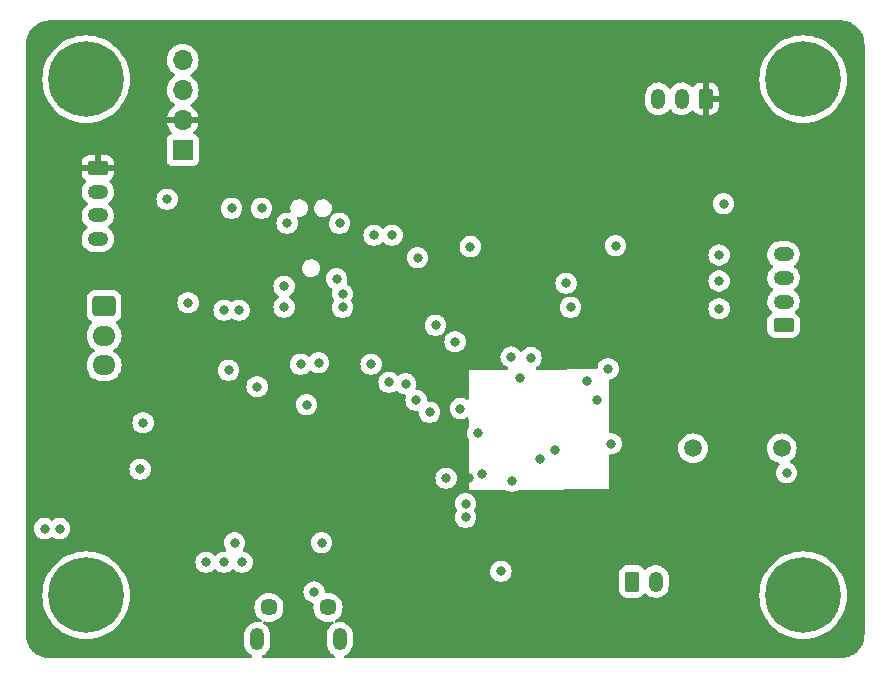
<source format=gbr>
%TF.GenerationSoftware,KiCad,Pcbnew,7.0.5-0*%
%TF.CreationDate,2023-06-05T21:18:08-04:00*%
%TF.ProjectId,7-segment-display-controller,372d7365-676d-4656-9e74-2d646973706c,B*%
%TF.SameCoordinates,Original*%
%TF.FileFunction,Copper,L3,Inr*%
%TF.FilePolarity,Positive*%
%FSLAX46Y46*%
G04 Gerber Fmt 4.6, Leading zero omitted, Abs format (unit mm)*
G04 Created by KiCad (PCBNEW 7.0.5-0) date 2023-06-05 21:18:08*
%MOMM*%
%LPD*%
G01*
G04 APERTURE LIST*
G04 Aperture macros list*
%AMRoundRect*
0 Rectangle with rounded corners*
0 $1 Rounding radius*
0 $2 $3 $4 $5 $6 $7 $8 $9 X,Y pos of 4 corners*
0 Add a 4 corners polygon primitive as box body*
4,1,4,$2,$3,$4,$5,$6,$7,$8,$9,$2,$3,0*
0 Add four circle primitives for the rounded corners*
1,1,$1+$1,$2,$3*
1,1,$1+$1,$4,$5*
1,1,$1+$1,$6,$7*
1,1,$1+$1,$8,$9*
0 Add four rect primitives between the rounded corners*
20,1,$1+$1,$2,$3,$4,$5,0*
20,1,$1+$1,$4,$5,$6,$7,0*
20,1,$1+$1,$6,$7,$8,$9,0*
20,1,$1+$1,$8,$9,$2,$3,0*%
G04 Aperture macros list end*
%TA.AperFunction,ComponentPad*%
%ADD10R,1.700000X1.700000*%
%TD*%
%TA.AperFunction,ComponentPad*%
%ADD11O,1.700000X1.700000*%
%TD*%
%TA.AperFunction,ComponentPad*%
%ADD12C,0.800000*%
%TD*%
%TA.AperFunction,ComponentPad*%
%ADD13C,6.400000*%
%TD*%
%TA.AperFunction,ComponentPad*%
%ADD14O,1.200000X1.900000*%
%TD*%
%TA.AperFunction,ComponentPad*%
%ADD15C,1.450000*%
%TD*%
%TA.AperFunction,ComponentPad*%
%ADD16RoundRect,0.250000X0.350000X0.625000X-0.350000X0.625000X-0.350000X-0.625000X0.350000X-0.625000X0*%
%TD*%
%TA.AperFunction,ComponentPad*%
%ADD17O,1.200000X1.750000*%
%TD*%
%TA.AperFunction,ComponentPad*%
%ADD18RoundRect,0.250000X-0.725000X0.600000X-0.725000X-0.600000X0.725000X-0.600000X0.725000X0.600000X0*%
%TD*%
%TA.AperFunction,ComponentPad*%
%ADD19O,1.950000X1.700000*%
%TD*%
%TA.AperFunction,ComponentPad*%
%ADD20C,1.500000*%
%TD*%
%TA.AperFunction,ComponentPad*%
%ADD21RoundRect,0.250000X0.625000X-0.350000X0.625000X0.350000X-0.625000X0.350000X-0.625000X-0.350000X0*%
%TD*%
%TA.AperFunction,ComponentPad*%
%ADD22O,1.750000X1.200000*%
%TD*%
%TA.AperFunction,ComponentPad*%
%ADD23RoundRect,0.250000X-0.350000X-0.625000X0.350000X-0.625000X0.350000X0.625000X-0.350000X0.625000X0*%
%TD*%
%TA.AperFunction,ComponentPad*%
%ADD24RoundRect,0.250000X-0.625000X0.350000X-0.625000X-0.350000X0.625000X-0.350000X0.625000X0.350000X0*%
%TD*%
%TA.AperFunction,ViaPad*%
%ADD25C,0.800000*%
%TD*%
G04 APERTURE END LIST*
D10*
%TO.N,GND*%
%TO.C,OLED101*%
X13388000Y-11079000D03*
D11*
%TO.N,+3V3*%
X13388000Y-8539000D03*
%TO.N,/SCL*%
X13388000Y-5999000D03*
%TO.N,/SDA*%
X13388000Y-3459000D03*
%TD*%
D12*
%TO.N,GND*%
%TO.C,H104*%
X2807000Y-48768000D03*
X3509944Y-47070944D03*
X3509944Y-50465056D03*
X5207000Y-46368000D03*
D13*
X5207000Y-48768000D03*
D12*
X5207000Y-51168000D03*
X6904056Y-47070944D03*
X6904056Y-50465056D03*
X7607000Y-48768000D03*
%TD*%
D14*
%TO.N,GND*%
%TO.C,J102*%
X19690200Y-52494700D03*
D15*
X20690200Y-49794700D03*
X25690200Y-49794700D03*
D14*
X26690200Y-52494700D03*
%TD*%
D16*
%TO.N,+3V3*%
%TO.C,J106*%
X57658000Y-6731000D03*
D17*
%TO.N,/IR_RECV*%
X55658000Y-6731000D03*
%TO.N,GND*%
X53658000Y-6731000D03*
%TD*%
D18*
%TO.N,GND*%
%TO.C,J104*%
X6731000Y-24297000D03*
D19*
%TO.N,Net-(J104-Pin_2)*%
X6731000Y-26797000D03*
%TO.N,+5V*%
X6731000Y-29297000D03*
%TD*%
D20*
%TO.N,*%
%TO.C,BT101*%
X56602800Y-36322000D03*
X64102800Y-36322000D03*
%TD*%
D12*
%TO.N,GND*%
%TO.C,H103*%
X2807000Y-5080000D03*
X3509944Y-3382944D03*
X3509944Y-6777056D03*
X5207000Y-2680000D03*
D13*
X5207000Y-5080000D03*
D12*
X5207000Y-7480000D03*
X6904056Y-3382944D03*
X6904056Y-6777056D03*
X7607000Y-5080000D03*
%TD*%
D21*
%TO.N,VBUS*%
%TO.C,J103*%
X64262000Y-25908000D03*
D22*
%TO.N,/UART_TX*%
X64262000Y-23908000D03*
%TO.N,/UART_RX*%
X64262000Y-21908000D03*
%TO.N,GND*%
X64262000Y-19908000D03*
%TD*%
D12*
%TO.N,GND*%
%TO.C,H101*%
X63513000Y-5080000D03*
X64215944Y-3382944D03*
X64215944Y-6777056D03*
X65913000Y-2680000D03*
D13*
X65913000Y-5080000D03*
D12*
X65913000Y-7480000D03*
X67610056Y-3382944D03*
X67610056Y-6777056D03*
X68313000Y-5080000D03*
%TD*%
%TO.N,GND*%
%TO.C,H102*%
X63513000Y-48768000D03*
X64215944Y-47070944D03*
X64215944Y-50465056D03*
X65913000Y-46368000D03*
D13*
X65913000Y-48768000D03*
D12*
X65913000Y-51168000D03*
X67610056Y-47070944D03*
X67610056Y-50465056D03*
X68313000Y-48768000D03*
%TD*%
D23*
%TO.N,GND*%
%TO.C,J107*%
X51455000Y-47608000D03*
D17*
%TO.N,VBUS*%
X53455000Y-47608000D03*
%TD*%
D24*
%TO.N,+3V3*%
%TO.C,J105*%
X6207000Y-12605000D03*
D22*
%TO.N,/SCL*%
X6207000Y-14605000D03*
%TO.N,/SDA*%
X6207000Y-16605000D03*
%TO.N,GND*%
X6207000Y-18605000D03*
%TD*%
D25*
%TO.N,GND*%
X49657000Y-35941000D03*
X19685000Y-31115000D03*
X13843000Y-24003000D03*
X58801000Y-24511000D03*
X41275000Y-39116000D03*
X24511000Y-48499900D03*
X38735000Y-38481000D03*
X10033000Y-34163000D03*
X42875200Y-28651200D03*
X35687000Y-38862000D03*
X38354000Y-35052000D03*
X29591000Y-18288000D03*
X40335200Y-46736000D03*
X23876000Y-32639000D03*
X17526000Y-16002000D03*
X37732000Y-19253200D03*
X43611800Y-37236400D03*
X47599600Y-30632400D03*
X31115000Y-18288000D03*
X26919701Y-23245299D03*
X41198800Y-28600400D03*
X41986200Y-30403800D03*
X59182000Y-15621000D03*
X26670000Y-17272000D03*
X64516000Y-38404800D03*
X37338000Y-42164000D03*
X9779000Y-38100000D03*
X49403000Y-29591000D03*
X58801000Y-19964400D03*
X44932600Y-36449000D03*
X2971800Y-43129200D03*
X17272000Y-29718000D03*
X20066000Y-16002000D03*
X1701800Y-43129200D03*
X58808200Y-22156000D03*
X25146000Y-44323000D03*
X12065000Y-15240000D03*
X48425600Y-32258000D03*
%TO.N,+3V3*%
X43942000Y-41148000D03*
X6477000Y-33020000D03*
X23876000Y-34163000D03*
X46126400Y-27686000D03*
X52552600Y-18389600D03*
X28067000Y-18288000D03*
X20701000Y-24511000D03*
X37592000Y-38862000D03*
X22225000Y-26416000D03*
X2413000Y-33020000D03*
X4445000Y-33020000D03*
X36182000Y-19253200D03*
X32893000Y-50292000D03*
%TO.N,/NRST*%
X50038000Y-19177000D03*
X26416000Y-21971000D03*
X36449000Y-27305000D03*
%TO.N,/LED_HB*%
X33274000Y-20193000D03*
X45847000Y-22352000D03*
%TO.N,/SWO*%
X26924000Y-24384000D03*
X22225000Y-17272000D03*
X32258000Y-30861000D03*
%TO.N,/SWCLK*%
X30861000Y-30734000D03*
X21971000Y-22606000D03*
%TO.N,/SWDIO*%
X21971000Y-24384000D03*
X29337000Y-29210000D03*
%TO.N,VBUS*%
X17783000Y-44326000D03*
X18415000Y-45974000D03*
X15367000Y-45974000D03*
X16891000Y-45974000D03*
%TO.N,/VBAT*%
X36897000Y-32960000D03*
X37338000Y-41021000D03*
%TO.N,/LED_UI*%
X34798000Y-25908000D03*
X46228000Y-24384000D03*
%TO.N,/SCL*%
X33147000Y-32258000D03*
X24892000Y-29083000D03*
X18161000Y-24638000D03*
%TO.N,/SDA*%
X34290000Y-33274000D03*
X23368000Y-29210000D03*
X16891000Y-24638000D03*
%TD*%
%TA.AperFunction,Conductor*%
%TO.N,+3V3*%
G36*
X69118019Y-88633D02*
G01*
X69156149Y-91131D01*
X69199793Y-93992D01*
X69381459Y-106985D01*
X69389102Y-108015D01*
X69505451Y-131158D01*
X69649666Y-162531D01*
X69656383Y-164395D01*
X69774618Y-204531D01*
X69776224Y-205103D01*
X69907740Y-254156D01*
X69913483Y-256635D01*
X70027830Y-313024D01*
X70030042Y-314173D01*
X70150913Y-380173D01*
X70155641Y-383037D01*
X70262649Y-454537D01*
X70265358Y-456454D01*
X70374652Y-538271D01*
X70378345Y-541265D01*
X70475502Y-626469D01*
X70478448Y-629228D01*
X70574769Y-725549D01*
X70577526Y-728492D01*
X70662729Y-825648D01*
X70665732Y-829353D01*
X70717564Y-898592D01*
X70747543Y-938639D01*
X70749461Y-941349D01*
X70820961Y-1048357D01*
X70823828Y-1053091D01*
X70889802Y-1173912D01*
X70890992Y-1176204D01*
X70947356Y-1290499D01*
X70949842Y-1296258D01*
X70998878Y-1427727D01*
X70999497Y-1429465D01*
X71039597Y-1547596D01*
X71041472Y-1554352D01*
X71072848Y-1698590D01*
X71095980Y-1814880D01*
X71097015Y-1822560D01*
X71110021Y-2004413D01*
X71115367Y-2085966D01*
X71115500Y-2090023D01*
X71115500Y-52085976D01*
X71115367Y-52090025D01*
X71113690Y-52115608D01*
X71110021Y-52171585D01*
X71097015Y-52353438D01*
X71095980Y-52361118D01*
X71072848Y-52477408D01*
X71041472Y-52621646D01*
X71039597Y-52628402D01*
X70999497Y-52746533D01*
X70998878Y-52748271D01*
X70949842Y-52879740D01*
X70947356Y-52885499D01*
X70890992Y-52999794D01*
X70889802Y-53002086D01*
X70823828Y-53122907D01*
X70820961Y-53127641D01*
X70749461Y-53234649D01*
X70747543Y-53237359D01*
X70665744Y-53346631D01*
X70662723Y-53350357D01*
X70577529Y-53447502D01*
X70574755Y-53450464D01*
X70478464Y-53546755D01*
X70475502Y-53549529D01*
X70378357Y-53634723D01*
X70374631Y-53637744D01*
X70265359Y-53719543D01*
X70262649Y-53721461D01*
X70155641Y-53792961D01*
X70150907Y-53795828D01*
X70030086Y-53861802D01*
X70027794Y-53862992D01*
X69913499Y-53919356D01*
X69907740Y-53921842D01*
X69776271Y-53970878D01*
X69774533Y-53971497D01*
X69656402Y-54011597D01*
X69649646Y-54013472D01*
X69505408Y-54044848D01*
X69389118Y-54067980D01*
X69381438Y-54069015D01*
X69199585Y-54082021D01*
X69143608Y-54085690D01*
X69118025Y-54087367D01*
X69113976Y-54087500D01*
X27188025Y-54087500D01*
X27120986Y-54067815D01*
X27075231Y-54015011D01*
X27065287Y-53945853D01*
X27094312Y-53882297D01*
X27136514Y-53850706D01*
X27242943Y-53802101D01*
X27242946Y-53802099D01*
X27242953Y-53802096D01*
X27414152Y-53680186D01*
X27483379Y-53607583D01*
X27559185Y-53528079D01*
X27576035Y-53501860D01*
X27672813Y-53351272D01*
X27750925Y-53156157D01*
X27790700Y-52949785D01*
X27790700Y-52092275D01*
X27775728Y-51935482D01*
X27716516Y-51733825D01*
X27620211Y-51547018D01*
X27620209Y-51547016D01*
X27620208Y-51547013D01*
X27490294Y-51381816D01*
X27490290Y-51381812D01*
X27331453Y-51244178D01*
X27149449Y-51139098D01*
X27149445Y-51139096D01*
X27149444Y-51139096D01*
X26950833Y-51070356D01*
X26742802Y-51040446D01*
X26742798Y-51040446D01*
X26532872Y-51050445D01*
X26448068Y-51071019D01*
X26407478Y-51080865D01*
X26337689Y-51077541D01*
X26280774Y-51037013D01*
X26254806Y-50972148D01*
X26268029Y-50903541D01*
X26307119Y-50858787D01*
X26480945Y-50737073D01*
X26632573Y-50585445D01*
X26755568Y-50409791D01*
X26846192Y-50215447D01*
X26901692Y-50008319D01*
X26920381Y-49794700D01*
X26901692Y-49581081D01*
X26859550Y-49423809D01*
X26846194Y-49373960D01*
X26846193Y-49373959D01*
X26846192Y-49373953D01*
X26755568Y-49179610D01*
X26750791Y-49172788D01*
X26632576Y-49003959D01*
X26632571Y-49003953D01*
X26480945Y-48852327D01*
X26305290Y-48729331D01*
X26208118Y-48684019D01*
X26110947Y-48638708D01*
X26110943Y-48638707D01*
X26110939Y-48638705D01*
X25903824Y-48583209D01*
X25903820Y-48583208D01*
X25903819Y-48583208D01*
X25903818Y-48583207D01*
X25903813Y-48583207D01*
X25690202Y-48564519D01*
X25690198Y-48564519D01*
X25547074Y-48577040D01*
X25478574Y-48563273D01*
X25428391Y-48514658D01*
X25412947Y-48466476D01*
X25396674Y-48311644D01*
X25387367Y-48283001D01*
X50354500Y-48283001D01*
X50354501Y-48283018D01*
X50365000Y-48385796D01*
X50365001Y-48385799D01*
X50420185Y-48552331D01*
X50420187Y-48552336D01*
X50439229Y-48583208D01*
X50512288Y-48701656D01*
X50636344Y-48825712D01*
X50785666Y-48917814D01*
X50952203Y-48972999D01*
X51054991Y-48983500D01*
X51855008Y-48983499D01*
X51855016Y-48983498D01*
X51855019Y-48983498D01*
X51916143Y-48977254D01*
X51957797Y-48972999D01*
X52124334Y-48917814D01*
X52273656Y-48825712D01*
X52397712Y-48701656D01*
X52436815Y-48638258D01*
X52488761Y-48591535D01*
X52557723Y-48580312D01*
X52621806Y-48608155D01*
X52639824Y-48626705D01*
X52654907Y-48645885D01*
X52654909Y-48645887D01*
X52813746Y-48783521D01*
X52995750Y-48888601D01*
X52995752Y-48888601D01*
X52995756Y-48888604D01*
X53194367Y-48957344D01*
X53402398Y-48987254D01*
X53612330Y-48977254D01*
X53816576Y-48927704D01*
X53902199Y-48888601D01*
X54007743Y-48840401D01*
X54007746Y-48840399D01*
X54007753Y-48840396D01*
X54109419Y-48768000D01*
X62207422Y-48768000D01*
X62227722Y-49155339D01*
X62248108Y-49284051D01*
X62288398Y-49538433D01*
X62299825Y-49581081D01*
X62388788Y-49913094D01*
X62527787Y-50275197D01*
X62703877Y-50620793D01*
X62915122Y-50946082D01*
X63039761Y-51099998D01*
X63159219Y-51247516D01*
X63433484Y-51521781D01*
X63601375Y-51657737D01*
X63734917Y-51765877D01*
X63996080Y-51935478D01*
X64060211Y-51977125D01*
X64405806Y-52153214D01*
X64767913Y-52292214D01*
X65142567Y-52392602D01*
X65525662Y-52453278D01*
X65891576Y-52472455D01*
X65912999Y-52473578D01*
X65913000Y-52473578D01*
X65913001Y-52473578D01*
X65933300Y-52472514D01*
X66300338Y-52453278D01*
X66683433Y-52392602D01*
X67058087Y-52292214D01*
X67420194Y-52153214D01*
X67765789Y-51977125D01*
X68091084Y-51765876D01*
X68392516Y-51521781D01*
X68666781Y-51247516D01*
X68910876Y-50946084D01*
X69122125Y-50620789D01*
X69298214Y-50275194D01*
X69437214Y-49913087D01*
X69537602Y-49538433D01*
X69598278Y-49155338D01*
X69618578Y-48768000D01*
X69598278Y-48380662D01*
X69537602Y-47997567D01*
X69437214Y-47622913D01*
X69298214Y-47260806D01*
X69122125Y-46915211D01*
X69020127Y-46758148D01*
X68910877Y-46589917D01*
X68737327Y-46375601D01*
X68666781Y-46288484D01*
X68392516Y-46014219D01*
X68315494Y-45951848D01*
X68091082Y-45770122D01*
X67765793Y-45558877D01*
X67420197Y-45382787D01*
X67058094Y-45243788D01*
X67058087Y-45243786D01*
X66683433Y-45143398D01*
X66683429Y-45143397D01*
X66683428Y-45143397D01*
X66300339Y-45082722D01*
X65913001Y-45062422D01*
X65912999Y-45062422D01*
X65525660Y-45082722D01*
X65142572Y-45143397D01*
X65142570Y-45143397D01*
X64767905Y-45243788D01*
X64405802Y-45382787D01*
X64060206Y-45558877D01*
X63734917Y-45770122D01*
X63433488Y-46014215D01*
X63433480Y-46014222D01*
X63159222Y-46288480D01*
X63159215Y-46288488D01*
X62915122Y-46589917D01*
X62703877Y-46915206D01*
X62527787Y-47260802D01*
X62388788Y-47622905D01*
X62288397Y-47997570D01*
X62288397Y-47997572D01*
X62227722Y-48380660D01*
X62207422Y-48767999D01*
X62207422Y-48768000D01*
X54109419Y-48768000D01*
X54178952Y-48718486D01*
X54194999Y-48701657D01*
X54323985Y-48566379D01*
X54323986Y-48566378D01*
X54437613Y-48389572D01*
X54515725Y-48194457D01*
X54555500Y-47988085D01*
X54555500Y-47280575D01*
X54540528Y-47123782D01*
X54481316Y-46922125D01*
X54385011Y-46735318D01*
X54385009Y-46735316D01*
X54385008Y-46735313D01*
X54255094Y-46570116D01*
X54255090Y-46570112D01*
X54096253Y-46432478D01*
X53914249Y-46327398D01*
X53914245Y-46327396D01*
X53914244Y-46327396D01*
X53715633Y-46258656D01*
X53507602Y-46228746D01*
X53507598Y-46228746D01*
X53297672Y-46238745D01*
X53093421Y-46288296D01*
X53093417Y-46288298D01*
X52902256Y-46375598D01*
X52902251Y-46375601D01*
X52731046Y-46497515D01*
X52731045Y-46497515D01*
X52633249Y-46600082D01*
X52572740Y-46635017D01*
X52502949Y-46631692D01*
X52446035Y-46591164D01*
X52437967Y-46579608D01*
X52418313Y-46547744D01*
X52397712Y-46514344D01*
X52273656Y-46390288D01*
X52180888Y-46333069D01*
X52124336Y-46298187D01*
X52124331Y-46298185D01*
X52094488Y-46288296D01*
X51957797Y-46243001D01*
X51957795Y-46243000D01*
X51855010Y-46232500D01*
X51054998Y-46232500D01*
X51054980Y-46232501D01*
X50952203Y-46243000D01*
X50952200Y-46243001D01*
X50785668Y-46298185D01*
X50785663Y-46298187D01*
X50636342Y-46390289D01*
X50512289Y-46514342D01*
X50420187Y-46663663D01*
X50420185Y-46663666D01*
X50420186Y-46663666D01*
X50365001Y-46830203D01*
X50365001Y-46830204D01*
X50365000Y-46830204D01*
X50354500Y-46932983D01*
X50354500Y-48283001D01*
X25387367Y-48283001D01*
X25338179Y-48131616D01*
X25243533Y-47967684D01*
X25116871Y-47827012D01*
X25116870Y-47827011D01*
X24963734Y-47715751D01*
X24963729Y-47715748D01*
X24790807Y-47638757D01*
X24790802Y-47638755D01*
X24645001Y-47607765D01*
X24605646Y-47599400D01*
X24416354Y-47599400D01*
X24383897Y-47606298D01*
X24231197Y-47638755D01*
X24231192Y-47638757D01*
X24058270Y-47715748D01*
X24058265Y-47715751D01*
X23905129Y-47827011D01*
X23778466Y-47967685D01*
X23683821Y-48131615D01*
X23683818Y-48131622D01*
X23634630Y-48283008D01*
X23625326Y-48311644D01*
X23605540Y-48499900D01*
X23625326Y-48688156D01*
X23625327Y-48688159D01*
X23683818Y-48868177D01*
X23683821Y-48868184D01*
X23778467Y-49032116D01*
X23889417Y-49155338D01*
X23905129Y-49172788D01*
X24058265Y-49284048D01*
X24058270Y-49284051D01*
X24231192Y-49361042D01*
X24231197Y-49361044D01*
X24393339Y-49395508D01*
X24454821Y-49428700D01*
X24488597Y-49489863D01*
X24487333Y-49548890D01*
X24478710Y-49581072D01*
X24478707Y-49581086D01*
X24460019Y-49794698D01*
X24460019Y-49794701D01*
X24478707Y-50008313D01*
X24478709Y-50008324D01*
X24534205Y-50215439D01*
X24534207Y-50215443D01*
X24534208Y-50215447D01*
X24562070Y-50275197D01*
X24624831Y-50409790D01*
X24624832Y-50409791D01*
X24747827Y-50585445D01*
X24899455Y-50737073D01*
X25075109Y-50860068D01*
X25269453Y-50950692D01*
X25476581Y-51006192D01*
X25629166Y-51019541D01*
X25690198Y-51024881D01*
X25690200Y-51024881D01*
X25690202Y-51024881D01*
X25743604Y-51020208D01*
X25903819Y-51006192D01*
X26022299Y-50974445D01*
X26092148Y-50976108D01*
X26150011Y-51015270D01*
X26177515Y-51079499D01*
X26165929Y-51148401D01*
X26126319Y-51195227D01*
X25966252Y-51309209D01*
X25966240Y-51309220D01*
X25821214Y-51461320D01*
X25707588Y-51638125D01*
X25629474Y-51833244D01*
X25601744Y-51977125D01*
X25589700Y-52039615D01*
X25589700Y-52897125D01*
X25599723Y-53002086D01*
X25604672Y-53053917D01*
X25604673Y-53053921D01*
X25657739Y-53234649D01*
X25663884Y-53255575D01*
X25710837Y-53346652D01*
X25760191Y-53442386D01*
X25890105Y-53607583D01*
X25890109Y-53607587D01*
X26048946Y-53745221D01*
X26230947Y-53850299D01*
X26230956Y-53850304D01*
X26230963Y-53850306D01*
X26231826Y-53850701D01*
X26232193Y-53851019D01*
X26236071Y-53853258D01*
X26235639Y-53854005D01*
X26284634Y-53896452D01*
X26304324Y-53963489D01*
X26284645Y-54030530D01*
X26231845Y-54076290D01*
X26180324Y-54087500D01*
X20188025Y-54087500D01*
X20120986Y-54067815D01*
X20075231Y-54015011D01*
X20065287Y-53945853D01*
X20094312Y-53882297D01*
X20136514Y-53850706D01*
X20242943Y-53802101D01*
X20242946Y-53802099D01*
X20242953Y-53802096D01*
X20414152Y-53680186D01*
X20483379Y-53607583D01*
X20559185Y-53528079D01*
X20576035Y-53501860D01*
X20672813Y-53351272D01*
X20750925Y-53156157D01*
X20790700Y-52949785D01*
X20790700Y-52092275D01*
X20775728Y-51935482D01*
X20716516Y-51733825D01*
X20620211Y-51547018D01*
X20620209Y-51547016D01*
X20620208Y-51547013D01*
X20490294Y-51381816D01*
X20490290Y-51381812D01*
X20331453Y-51244178D01*
X20252270Y-51198462D01*
X20204054Y-51147895D01*
X20190832Y-51079288D01*
X20216800Y-51014423D01*
X20273714Y-50973895D01*
X20343504Y-50970570D01*
X20346338Y-50971293D01*
X20476581Y-51006192D01*
X20629165Y-51019541D01*
X20690198Y-51024881D01*
X20690200Y-51024881D01*
X20690202Y-51024881D01*
X20743604Y-51020208D01*
X20903819Y-51006192D01*
X21110947Y-50950692D01*
X21305291Y-50860068D01*
X21480945Y-50737073D01*
X21632573Y-50585445D01*
X21755568Y-50409791D01*
X21846192Y-50215447D01*
X21901692Y-50008319D01*
X21920381Y-49794700D01*
X21901692Y-49581081D01*
X21859550Y-49423809D01*
X21846194Y-49373960D01*
X21846193Y-49373959D01*
X21846192Y-49373953D01*
X21755568Y-49179610D01*
X21750791Y-49172788D01*
X21632576Y-49003959D01*
X21632571Y-49003953D01*
X21480945Y-48852327D01*
X21305290Y-48729331D01*
X21208118Y-48684019D01*
X21110947Y-48638708D01*
X21110943Y-48638707D01*
X21110939Y-48638705D01*
X20903824Y-48583209D01*
X20903820Y-48583208D01*
X20903819Y-48583208D01*
X20903818Y-48583207D01*
X20903813Y-48583207D01*
X20690202Y-48564519D01*
X20690198Y-48564519D01*
X20476586Y-48583207D01*
X20476575Y-48583209D01*
X20269460Y-48638705D01*
X20269451Y-48638709D01*
X20075110Y-48729331D01*
X20075108Y-48729332D01*
X19899459Y-48852323D01*
X19899453Y-48852328D01*
X19747828Y-49003953D01*
X19747823Y-49003959D01*
X19624832Y-49179608D01*
X19624831Y-49179610D01*
X19534209Y-49373951D01*
X19534205Y-49373960D01*
X19478709Y-49581075D01*
X19478707Y-49581086D01*
X19460019Y-49794698D01*
X19460019Y-49794701D01*
X19478707Y-50008313D01*
X19478709Y-50008324D01*
X19534205Y-50215439D01*
X19534207Y-50215443D01*
X19534208Y-50215447D01*
X19562070Y-50275197D01*
X19624831Y-50409790D01*
X19747827Y-50585445D01*
X19899454Y-50737072D01*
X20063510Y-50851946D01*
X20107135Y-50906524D01*
X20114327Y-50976022D01*
X20082805Y-51038377D01*
X20022575Y-51073790D01*
X19956712Y-51071175D01*
X19956573Y-51071749D01*
X19953721Y-51071057D01*
X19952760Y-51071019D01*
X19951830Y-51070701D01*
X19950838Y-51070357D01*
X19950834Y-51070356D01*
X19950833Y-51070356D01*
X19742802Y-51040446D01*
X19742798Y-51040446D01*
X19532872Y-51050445D01*
X19328621Y-51099996D01*
X19328617Y-51099998D01*
X19137456Y-51187298D01*
X19137451Y-51187301D01*
X18966246Y-51309215D01*
X18966240Y-51309220D01*
X18821214Y-51461320D01*
X18707588Y-51638125D01*
X18629474Y-51833244D01*
X18601744Y-51977125D01*
X18589700Y-52039615D01*
X18589700Y-52897125D01*
X18599723Y-53002086D01*
X18604672Y-53053917D01*
X18604673Y-53053921D01*
X18657739Y-53234649D01*
X18663884Y-53255575D01*
X18710837Y-53346652D01*
X18760191Y-53442386D01*
X18890105Y-53607583D01*
X18890109Y-53607587D01*
X19048946Y-53745221D01*
X19230947Y-53850299D01*
X19230956Y-53850304D01*
X19230963Y-53850306D01*
X19231826Y-53850701D01*
X19232193Y-53851019D01*
X19236071Y-53853258D01*
X19235639Y-53854005D01*
X19284634Y-53896452D01*
X19304324Y-53963489D01*
X19284645Y-54030530D01*
X19231845Y-54076290D01*
X19180324Y-54087500D01*
X2118024Y-54087500D01*
X2113974Y-54087367D01*
X2083355Y-54085360D01*
X2032413Y-54082021D01*
X1850560Y-54069015D01*
X1842880Y-54067980D01*
X1726590Y-54044848D01*
X1582352Y-54013472D01*
X1575596Y-54011597D01*
X1457465Y-53971497D01*
X1455727Y-53970878D01*
X1324258Y-53921842D01*
X1318499Y-53919356D01*
X1204204Y-53862992D01*
X1201912Y-53861802D01*
X1181591Y-53850706D01*
X1162890Y-53840494D01*
X1081091Y-53795828D01*
X1076357Y-53792961D01*
X969349Y-53721461D01*
X966639Y-53719543D01*
X914054Y-53680179D01*
X857353Y-53637732D01*
X853648Y-53634729D01*
X756492Y-53549526D01*
X753549Y-53546769D01*
X657228Y-53450448D01*
X654469Y-53447502D01*
X569265Y-53350345D01*
X566271Y-53346652D01*
X484454Y-53237358D01*
X482537Y-53234649D01*
X411037Y-53127641D01*
X408170Y-53122907D01*
X342173Y-53002042D01*
X341024Y-52999830D01*
X284635Y-52885483D01*
X282156Y-52879740D01*
X233103Y-52748224D01*
X232531Y-52746618D01*
X192395Y-52628383D01*
X190531Y-52621666D01*
X159150Y-52477408D01*
X136015Y-52361102D01*
X134985Y-52353459D01*
X121992Y-52171793D01*
X116781Y-52092280D01*
X116633Y-52090018D01*
X116500Y-52085963D01*
X116500Y-48768000D01*
X1501422Y-48768000D01*
X1521722Y-49155339D01*
X1542108Y-49284051D01*
X1582398Y-49538433D01*
X1593825Y-49581081D01*
X1682788Y-49913094D01*
X1821787Y-50275197D01*
X1997877Y-50620793D01*
X2209122Y-50946082D01*
X2333761Y-51099998D01*
X2453219Y-51247516D01*
X2727484Y-51521781D01*
X2895375Y-51657737D01*
X3028917Y-51765877D01*
X3290080Y-51935478D01*
X3354211Y-51977125D01*
X3699806Y-52153214D01*
X4061913Y-52292214D01*
X4436567Y-52392602D01*
X4819662Y-52453278D01*
X5185576Y-52472455D01*
X5206999Y-52473578D01*
X5207000Y-52473578D01*
X5207001Y-52473578D01*
X5227300Y-52472514D01*
X5594338Y-52453278D01*
X5977433Y-52392602D01*
X6352087Y-52292214D01*
X6714194Y-52153214D01*
X7059789Y-51977125D01*
X7385084Y-51765876D01*
X7686516Y-51521781D01*
X7960781Y-51247516D01*
X8204876Y-50946084D01*
X8416125Y-50620789D01*
X8592214Y-50275194D01*
X8731214Y-49913087D01*
X8831602Y-49538433D01*
X8892278Y-49155338D01*
X8912578Y-48768000D01*
X8892278Y-48380662D01*
X8831602Y-47997567D01*
X8731214Y-47622913D01*
X8592214Y-47260806D01*
X8416125Y-46915211D01*
X8314127Y-46758148D01*
X8204877Y-46589917D01*
X8031327Y-46375601D01*
X7960781Y-46288484D01*
X7686516Y-46014219D01*
X7636850Y-45974000D01*
X14461540Y-45974000D01*
X14481326Y-46162256D01*
X14481327Y-46162259D01*
X14539818Y-46342277D01*
X14539821Y-46342284D01*
X14634467Y-46506216D01*
X14750440Y-46635017D01*
X14761129Y-46646888D01*
X14914265Y-46758148D01*
X14914270Y-46758151D01*
X15087192Y-46835142D01*
X15087197Y-46835144D01*
X15272354Y-46874500D01*
X15272355Y-46874500D01*
X15461644Y-46874500D01*
X15461646Y-46874500D01*
X15646803Y-46835144D01*
X15819730Y-46758151D01*
X15972871Y-46646888D01*
X16036850Y-46575831D01*
X16096337Y-46539183D01*
X16166194Y-46540514D01*
X16221150Y-46575832D01*
X16285129Y-46646888D01*
X16438265Y-46758148D01*
X16438270Y-46758151D01*
X16611192Y-46835142D01*
X16611197Y-46835144D01*
X16796354Y-46874500D01*
X16796355Y-46874500D01*
X16985644Y-46874500D01*
X16985646Y-46874500D01*
X17170803Y-46835144D01*
X17343730Y-46758151D01*
X17496871Y-46646888D01*
X17560850Y-46575831D01*
X17620337Y-46539183D01*
X17690194Y-46540514D01*
X17745150Y-46575832D01*
X17809129Y-46646888D01*
X17962265Y-46758148D01*
X17962270Y-46758151D01*
X18135192Y-46835142D01*
X18135197Y-46835144D01*
X18320354Y-46874500D01*
X18320355Y-46874500D01*
X18509644Y-46874500D01*
X18509646Y-46874500D01*
X18694803Y-46835144D01*
X18867730Y-46758151D01*
X18898218Y-46736000D01*
X39429740Y-46736000D01*
X39449526Y-46924256D01*
X39449527Y-46924259D01*
X39508018Y-47104277D01*
X39508021Y-47104284D01*
X39602667Y-47268216D01*
X39613800Y-47280580D01*
X39729329Y-47408888D01*
X39882465Y-47520148D01*
X39882470Y-47520151D01*
X40055392Y-47597142D01*
X40055397Y-47597144D01*
X40240554Y-47636500D01*
X40240555Y-47636500D01*
X40429844Y-47636500D01*
X40429846Y-47636500D01*
X40615003Y-47597144D01*
X40787930Y-47520151D01*
X40941071Y-47408888D01*
X41067733Y-47268216D01*
X41162379Y-47104284D01*
X41220874Y-46924256D01*
X41240660Y-46736000D01*
X41220874Y-46547744D01*
X41162379Y-46367716D01*
X41067733Y-46203784D01*
X40941071Y-46063112D01*
X40941070Y-46063111D01*
X40787934Y-45951851D01*
X40787929Y-45951848D01*
X40615007Y-45874857D01*
X40615002Y-45874855D01*
X40469200Y-45843865D01*
X40429846Y-45835500D01*
X40240554Y-45835500D01*
X40208097Y-45842398D01*
X40055397Y-45874855D01*
X40055392Y-45874857D01*
X39882470Y-45951848D01*
X39882465Y-45951851D01*
X39729329Y-46063111D01*
X39602666Y-46203785D01*
X39508021Y-46367715D01*
X39508018Y-46367722D01*
X39451875Y-46540514D01*
X39449526Y-46547744D01*
X39429740Y-46736000D01*
X18898218Y-46736000D01*
X19020871Y-46646888D01*
X19147533Y-46506216D01*
X19242179Y-46342284D01*
X19300674Y-46162256D01*
X19320460Y-45974000D01*
X19300674Y-45785744D01*
X19242179Y-45605716D01*
X19147533Y-45441784D01*
X19020871Y-45301112D01*
X19020870Y-45301111D01*
X18867734Y-45189851D01*
X18867729Y-45189848D01*
X18694807Y-45112857D01*
X18694802Y-45112855D01*
X18561964Y-45084620D01*
X18500482Y-45051428D01*
X18466706Y-44990265D01*
X18471358Y-44920550D01*
X18495594Y-44880359D01*
X18515533Y-44858216D01*
X18610179Y-44694284D01*
X18668674Y-44514256D01*
X18688460Y-44326000D01*
X18688145Y-44323000D01*
X24240540Y-44323000D01*
X24260326Y-44511256D01*
X24260327Y-44511259D01*
X24318818Y-44691277D01*
X24318821Y-44691284D01*
X24413467Y-44855216D01*
X24480371Y-44929520D01*
X24540129Y-44995888D01*
X24693265Y-45107148D01*
X24693270Y-45107151D01*
X24866192Y-45184142D01*
X24866197Y-45184144D01*
X25051354Y-45223500D01*
X25051355Y-45223500D01*
X25240644Y-45223500D01*
X25240646Y-45223500D01*
X25425803Y-45184144D01*
X25598730Y-45107151D01*
X25751871Y-44995888D01*
X25878533Y-44855216D01*
X25973179Y-44691284D01*
X26031674Y-44511256D01*
X26051460Y-44323000D01*
X26031674Y-44134744D01*
X25973179Y-43954716D01*
X25878533Y-43790784D01*
X25751871Y-43650112D01*
X25751870Y-43650111D01*
X25598734Y-43538851D01*
X25598729Y-43538848D01*
X25425807Y-43461857D01*
X25425802Y-43461855D01*
X25280000Y-43430865D01*
X25240646Y-43422500D01*
X25051354Y-43422500D01*
X25018897Y-43429398D01*
X24866197Y-43461855D01*
X24866192Y-43461857D01*
X24693270Y-43538848D01*
X24693265Y-43538851D01*
X24540129Y-43650111D01*
X24413466Y-43790785D01*
X24318821Y-43954715D01*
X24318818Y-43954722D01*
X24260327Y-44134740D01*
X24260326Y-44134744D01*
X24240540Y-44323000D01*
X18688145Y-44323000D01*
X18668674Y-44137744D01*
X18610179Y-43957716D01*
X18515533Y-43793784D01*
X18388871Y-43653112D01*
X18384742Y-43650112D01*
X18235734Y-43541851D01*
X18235729Y-43541848D01*
X18062807Y-43464857D01*
X18062802Y-43464855D01*
X17917001Y-43433865D01*
X17877646Y-43425500D01*
X17688354Y-43425500D01*
X17655897Y-43432398D01*
X17503197Y-43464855D01*
X17503192Y-43464857D01*
X17330270Y-43541848D01*
X17330265Y-43541851D01*
X17177129Y-43653111D01*
X17050466Y-43793785D01*
X16955821Y-43957715D01*
X16955818Y-43957722D01*
X16897327Y-44137740D01*
X16897326Y-44137744D01*
X16877540Y-44326000D01*
X16897326Y-44514256D01*
X16897327Y-44514259D01*
X16955818Y-44694277D01*
X16955821Y-44694284D01*
X17050467Y-44858216D01*
X17057270Y-44865771D01*
X17057952Y-44866529D01*
X17088181Y-44929520D01*
X17079555Y-44998856D01*
X17034813Y-45052521D01*
X16968161Y-45073478D01*
X16965801Y-45073500D01*
X16796354Y-45073500D01*
X16763897Y-45080398D01*
X16611197Y-45112855D01*
X16611192Y-45112857D01*
X16438270Y-45189848D01*
X16438265Y-45189851D01*
X16285129Y-45301111D01*
X16285128Y-45301112D01*
X16221149Y-45372168D01*
X16161663Y-45408816D01*
X16091806Y-45407485D01*
X16036851Y-45372168D01*
X15972871Y-45301112D01*
X15972870Y-45301111D01*
X15819734Y-45189851D01*
X15819729Y-45189848D01*
X15646807Y-45112857D01*
X15646802Y-45112855D01*
X15501001Y-45081865D01*
X15461646Y-45073500D01*
X15272354Y-45073500D01*
X15239897Y-45080398D01*
X15087197Y-45112855D01*
X15087192Y-45112857D01*
X14914270Y-45189848D01*
X14914265Y-45189851D01*
X14761129Y-45301111D01*
X14634466Y-45441785D01*
X14539821Y-45605715D01*
X14539818Y-45605722D01*
X14486402Y-45770122D01*
X14481326Y-45785744D01*
X14461540Y-45974000D01*
X7636850Y-45974000D01*
X7609494Y-45951848D01*
X7385082Y-45770122D01*
X7059793Y-45558877D01*
X6714197Y-45382787D01*
X6352094Y-45243788D01*
X6352087Y-45243786D01*
X5977433Y-45143398D01*
X5977429Y-45143397D01*
X5977428Y-45143397D01*
X5594339Y-45082722D01*
X5207001Y-45062422D01*
X5206999Y-45062422D01*
X4819660Y-45082722D01*
X4436572Y-45143397D01*
X4436570Y-45143397D01*
X4061905Y-45243788D01*
X3699802Y-45382787D01*
X3354206Y-45558877D01*
X3028917Y-45770122D01*
X2727488Y-46014215D01*
X2727480Y-46014222D01*
X2453222Y-46288480D01*
X2453215Y-46288488D01*
X2209122Y-46589917D01*
X1997877Y-46915206D01*
X1821787Y-47260802D01*
X1682788Y-47622905D01*
X1582397Y-47997570D01*
X1582397Y-47997572D01*
X1521722Y-48380660D01*
X1501422Y-48767999D01*
X1501422Y-48768000D01*
X116500Y-48768000D01*
X116500Y-43129200D01*
X796340Y-43129200D01*
X816126Y-43317456D01*
X816127Y-43317459D01*
X874618Y-43497477D01*
X874621Y-43497484D01*
X969267Y-43661416D01*
X1066800Y-43769737D01*
X1095929Y-43802088D01*
X1249065Y-43913348D01*
X1249070Y-43913351D01*
X1421992Y-43990342D01*
X1421997Y-43990344D01*
X1607154Y-44029700D01*
X1607155Y-44029700D01*
X1796444Y-44029700D01*
X1796446Y-44029700D01*
X1981603Y-43990344D01*
X2154530Y-43913351D01*
X2263917Y-43833876D01*
X2329720Y-43810398D01*
X2397774Y-43826223D01*
X2409671Y-43833868D01*
X2519066Y-43913348D01*
X2519070Y-43913351D01*
X2691992Y-43990342D01*
X2691997Y-43990344D01*
X2877154Y-44029700D01*
X2877155Y-44029700D01*
X3066444Y-44029700D01*
X3066446Y-44029700D01*
X3251603Y-43990344D01*
X3424530Y-43913351D01*
X3577671Y-43802088D01*
X3704333Y-43661416D01*
X3798979Y-43497484D01*
X3857474Y-43317456D01*
X3877260Y-43129200D01*
X3857474Y-42940944D01*
X3798979Y-42760916D01*
X3704333Y-42596984D01*
X3577671Y-42456312D01*
X3566232Y-42448001D01*
X3424534Y-42345051D01*
X3424529Y-42345048D01*
X3251607Y-42268057D01*
X3251602Y-42268055D01*
X3105801Y-42237065D01*
X3066446Y-42228700D01*
X2877154Y-42228700D01*
X2844697Y-42235598D01*
X2691997Y-42268055D01*
X2691992Y-42268057D01*
X2519070Y-42345048D01*
X2519065Y-42345051D01*
X2409685Y-42424521D01*
X2343879Y-42448001D01*
X2275825Y-42432175D01*
X2263915Y-42424521D01*
X2154534Y-42345051D01*
X2154529Y-42345048D01*
X1981607Y-42268057D01*
X1981602Y-42268055D01*
X1835800Y-42237065D01*
X1796446Y-42228700D01*
X1607154Y-42228700D01*
X1574697Y-42235598D01*
X1421997Y-42268055D01*
X1421992Y-42268057D01*
X1249070Y-42345048D01*
X1249065Y-42345051D01*
X1095929Y-42456311D01*
X969266Y-42596985D01*
X874621Y-42760915D01*
X874618Y-42760922D01*
X816127Y-42940940D01*
X816126Y-42940944D01*
X796340Y-43129200D01*
X116500Y-43129200D01*
X116500Y-42164000D01*
X36432540Y-42164000D01*
X36452326Y-42352256D01*
X36452327Y-42352259D01*
X36510818Y-42532277D01*
X36510821Y-42532284D01*
X36605467Y-42696216D01*
X36663729Y-42760922D01*
X36732129Y-42836888D01*
X36885265Y-42948148D01*
X36885270Y-42948151D01*
X37058192Y-43025142D01*
X37058197Y-43025144D01*
X37243354Y-43064500D01*
X37243355Y-43064500D01*
X37432644Y-43064500D01*
X37432646Y-43064500D01*
X37617803Y-43025144D01*
X37790730Y-42948151D01*
X37943871Y-42836888D01*
X38070533Y-42696216D01*
X38165179Y-42532284D01*
X38223674Y-42352256D01*
X38243460Y-42164000D01*
X38223674Y-41975744D01*
X38165179Y-41795716D01*
X38083647Y-41654499D01*
X38067175Y-41586600D01*
X38083648Y-41530500D01*
X38083649Y-41530499D01*
X38165179Y-41389284D01*
X38223674Y-41209256D01*
X38243460Y-41021000D01*
X38223674Y-40832744D01*
X38165179Y-40652716D01*
X38070533Y-40488784D01*
X37943871Y-40348112D01*
X37943870Y-40348111D01*
X37790734Y-40236851D01*
X37790729Y-40236848D01*
X37617807Y-40159857D01*
X37617802Y-40159855D01*
X37472000Y-40128865D01*
X37432646Y-40120500D01*
X37243354Y-40120500D01*
X37210897Y-40127398D01*
X37058197Y-40159855D01*
X37058192Y-40159857D01*
X36885270Y-40236848D01*
X36885265Y-40236851D01*
X36732129Y-40348111D01*
X36605466Y-40488785D01*
X36510821Y-40652715D01*
X36510818Y-40652722D01*
X36452327Y-40832740D01*
X36452326Y-40832744D01*
X36432540Y-41021000D01*
X36452326Y-41209256D01*
X36452327Y-41209259D01*
X36510818Y-41389277D01*
X36510821Y-41389284D01*
X36592351Y-41530499D01*
X36608824Y-41598400D01*
X36592352Y-41654498D01*
X36510820Y-41795718D01*
X36510818Y-41795722D01*
X36452327Y-41975740D01*
X36452326Y-41975744D01*
X36432540Y-42164000D01*
X116500Y-42164000D01*
X116500Y-38100000D01*
X8873540Y-38100000D01*
X8893326Y-38288256D01*
X8893327Y-38288259D01*
X8951818Y-38468277D01*
X8951821Y-38468284D01*
X9046467Y-38632216D01*
X9173128Y-38772888D01*
X9173129Y-38772888D01*
X9326265Y-38884148D01*
X9326270Y-38884151D01*
X9499192Y-38961142D01*
X9499197Y-38961144D01*
X9684354Y-39000500D01*
X9684355Y-39000500D01*
X9873644Y-39000500D01*
X9873646Y-39000500D01*
X10058803Y-38961144D01*
X10231730Y-38884151D01*
X10262218Y-38862000D01*
X34781540Y-38862000D01*
X34801326Y-39050256D01*
X34801327Y-39050259D01*
X34859818Y-39230277D01*
X34859821Y-39230284D01*
X34954467Y-39394216D01*
X35081129Y-39534887D01*
X35081129Y-39534888D01*
X35234265Y-39646148D01*
X35234270Y-39646151D01*
X35407192Y-39723142D01*
X35407197Y-39723144D01*
X35592354Y-39762500D01*
X35592355Y-39762500D01*
X35781644Y-39762500D01*
X35781646Y-39762500D01*
X35966803Y-39723144D01*
X36139730Y-39646151D01*
X36292871Y-39534888D01*
X36419533Y-39394216D01*
X36514179Y-39230284D01*
X36572674Y-39050256D01*
X36592460Y-38862000D01*
X36572674Y-38673744D01*
X36514179Y-38493716D01*
X36419533Y-38329784D01*
X36292871Y-38189112D01*
X36292870Y-38189111D01*
X36139734Y-38077851D01*
X36139729Y-38077848D01*
X35966807Y-38000857D01*
X35966802Y-38000855D01*
X35821001Y-37969865D01*
X35781646Y-37961500D01*
X35592354Y-37961500D01*
X35559897Y-37968398D01*
X35407197Y-38000855D01*
X35407192Y-38000857D01*
X35234270Y-38077848D01*
X35234265Y-38077851D01*
X35081129Y-38189111D01*
X34954466Y-38329785D01*
X34859821Y-38493715D01*
X34859818Y-38493722D01*
X34827543Y-38593056D01*
X34801326Y-38673744D01*
X34781540Y-38862000D01*
X10262218Y-38862000D01*
X10384871Y-38772888D01*
X10511533Y-38632216D01*
X10606179Y-38468284D01*
X10664674Y-38288256D01*
X10684460Y-38100000D01*
X10664674Y-37911744D01*
X10606179Y-37731716D01*
X10511533Y-37567784D01*
X10384871Y-37427112D01*
X10384870Y-37427111D01*
X10231734Y-37315851D01*
X10231729Y-37315848D01*
X10058807Y-37238857D01*
X10058802Y-37238855D01*
X9913000Y-37207865D01*
X9873646Y-37199500D01*
X9684354Y-37199500D01*
X9651897Y-37206398D01*
X9499197Y-37238855D01*
X9499192Y-37238857D01*
X9326270Y-37315848D01*
X9326265Y-37315851D01*
X9173129Y-37427111D01*
X9046466Y-37567785D01*
X8951821Y-37731715D01*
X8951818Y-37731722D01*
X8893327Y-37911740D01*
X8893326Y-37911744D01*
X8873540Y-38100000D01*
X116500Y-38100000D01*
X116500Y-34163000D01*
X9127540Y-34163000D01*
X9147326Y-34351256D01*
X9147327Y-34351259D01*
X9205818Y-34531277D01*
X9205821Y-34531284D01*
X9300467Y-34695216D01*
X9427128Y-34835888D01*
X9427129Y-34835888D01*
X9580265Y-34947148D01*
X9580270Y-34947151D01*
X9753192Y-35024142D01*
X9753197Y-35024144D01*
X9938354Y-35063500D01*
X9938355Y-35063500D01*
X10127644Y-35063500D01*
X10127646Y-35063500D01*
X10312803Y-35024144D01*
X10485730Y-34947151D01*
X10638871Y-34835888D01*
X10765533Y-34695216D01*
X10860179Y-34531284D01*
X10918674Y-34351256D01*
X10938460Y-34163000D01*
X10918674Y-33974744D01*
X10860179Y-33794716D01*
X10765533Y-33630784D01*
X10638871Y-33490112D01*
X10638870Y-33490111D01*
X10485734Y-33378851D01*
X10485729Y-33378848D01*
X10312807Y-33301857D01*
X10312802Y-33301855D01*
X10167000Y-33270865D01*
X10127646Y-33262500D01*
X9938354Y-33262500D01*
X9905897Y-33269398D01*
X9753197Y-33301855D01*
X9753192Y-33301857D01*
X9580270Y-33378848D01*
X9580265Y-33378851D01*
X9427129Y-33490111D01*
X9300466Y-33630785D01*
X9205821Y-33794715D01*
X9205818Y-33794722D01*
X9184446Y-33860500D01*
X9147326Y-33974744D01*
X9127540Y-34163000D01*
X116500Y-34163000D01*
X116500Y-32639000D01*
X22970540Y-32639000D01*
X22990326Y-32827256D01*
X22990327Y-32827259D01*
X23048818Y-33007277D01*
X23048821Y-33007284D01*
X23143467Y-33171216D01*
X23261095Y-33301855D01*
X23270129Y-33311888D01*
X23423265Y-33423148D01*
X23423270Y-33423151D01*
X23596192Y-33500142D01*
X23596197Y-33500144D01*
X23781354Y-33539500D01*
X23781355Y-33539500D01*
X23970644Y-33539500D01*
X23970646Y-33539500D01*
X24155803Y-33500144D01*
X24328730Y-33423151D01*
X24481871Y-33311888D01*
X24608533Y-33171216D01*
X24703179Y-33007284D01*
X24761674Y-32827256D01*
X24781460Y-32639000D01*
X24761674Y-32450744D01*
X24703179Y-32270716D01*
X24608533Y-32106784D01*
X24481871Y-31966112D01*
X24481870Y-31966111D01*
X24328734Y-31854851D01*
X24328729Y-31854848D01*
X24155807Y-31777857D01*
X24155802Y-31777855D01*
X24010001Y-31746865D01*
X23970646Y-31738500D01*
X23781354Y-31738500D01*
X23748897Y-31745398D01*
X23596197Y-31777855D01*
X23596192Y-31777857D01*
X23423270Y-31854848D01*
X23423265Y-31854851D01*
X23270129Y-31966111D01*
X23143466Y-32106785D01*
X23048821Y-32270715D01*
X23048818Y-32270722D01*
X22991784Y-32446256D01*
X22990326Y-32450744D01*
X22970540Y-32639000D01*
X116500Y-32639000D01*
X116500Y-31115000D01*
X18779540Y-31115000D01*
X18799326Y-31303256D01*
X18799327Y-31303259D01*
X18857818Y-31483277D01*
X18857821Y-31483284D01*
X18952467Y-31647216D01*
X19055369Y-31761500D01*
X19079129Y-31787888D01*
X19232265Y-31899148D01*
X19232270Y-31899151D01*
X19405192Y-31976142D01*
X19405197Y-31976144D01*
X19590354Y-32015500D01*
X19590355Y-32015500D01*
X19779644Y-32015500D01*
X19779646Y-32015500D01*
X19964803Y-31976144D01*
X20137730Y-31899151D01*
X20290871Y-31787888D01*
X20417533Y-31647216D01*
X20512179Y-31483284D01*
X20570674Y-31303256D01*
X20590460Y-31115000D01*
X20570674Y-30926744D01*
X20512179Y-30746716D01*
X20504837Y-30734000D01*
X29955540Y-30734000D01*
X29975326Y-30922256D01*
X29975327Y-30922259D01*
X30033818Y-31102277D01*
X30033821Y-31102284D01*
X30128467Y-31266216D01*
X30210660Y-31357500D01*
X30255129Y-31406888D01*
X30408265Y-31518148D01*
X30408270Y-31518151D01*
X30581192Y-31595142D01*
X30581197Y-31595144D01*
X30766354Y-31634500D01*
X30766355Y-31634500D01*
X30955644Y-31634500D01*
X30955646Y-31634500D01*
X31140803Y-31595144D01*
X31313730Y-31518151D01*
X31419412Y-31441368D01*
X31485214Y-31417890D01*
X31553268Y-31433715D01*
X31584442Y-31458714D01*
X31606559Y-31483277D01*
X31652129Y-31533888D01*
X31805265Y-31645148D01*
X31805270Y-31645151D01*
X31978192Y-31722142D01*
X31978197Y-31722144D01*
X32163354Y-31761500D01*
X32163355Y-31761500D01*
X32190809Y-31761500D01*
X32257848Y-31781185D01*
X32303603Y-31833989D01*
X32313547Y-31903147D01*
X32308740Y-31923818D01*
X32278951Y-32015500D01*
X32261326Y-32069744D01*
X32241540Y-32258000D01*
X32261326Y-32446256D01*
X32261327Y-32446259D01*
X32319818Y-32626277D01*
X32319821Y-32626284D01*
X32414467Y-32790216D01*
X32541128Y-32930887D01*
X32541129Y-32930888D01*
X32694265Y-33042148D01*
X32694270Y-33042151D01*
X32867192Y-33119142D01*
X32867197Y-33119144D01*
X33052354Y-33158500D01*
X33052355Y-33158500D01*
X33241643Y-33158500D01*
X33241646Y-33158500D01*
X33241648Y-33158499D01*
X33247644Y-33157869D01*
X33316374Y-33170435D01*
X33367401Y-33218164D01*
X33383933Y-33268227D01*
X33384540Y-33273999D01*
X33384540Y-33274000D01*
X33404326Y-33462256D01*
X33404327Y-33462259D01*
X33462818Y-33642277D01*
X33462821Y-33642284D01*
X33557467Y-33806216D01*
X33606345Y-33860500D01*
X33684129Y-33946888D01*
X33837265Y-34058148D01*
X33837270Y-34058151D01*
X34010192Y-34135142D01*
X34010197Y-34135144D01*
X34195354Y-34174500D01*
X34195355Y-34174500D01*
X34384644Y-34174500D01*
X34384646Y-34174500D01*
X34569803Y-34135144D01*
X34742730Y-34058151D01*
X34895871Y-33946888D01*
X35022533Y-33806216D01*
X35117179Y-33642284D01*
X35175674Y-33462256D01*
X35195460Y-33274000D01*
X35175674Y-33085744D01*
X35134817Y-32960000D01*
X35991540Y-32960000D01*
X36011326Y-33148256D01*
X36011327Y-33148259D01*
X36069818Y-33328277D01*
X36069821Y-33328284D01*
X36164467Y-33492216D01*
X36202000Y-33533900D01*
X36291129Y-33632888D01*
X36444265Y-33744148D01*
X36444270Y-33744151D01*
X36617192Y-33821142D01*
X36617197Y-33821144D01*
X36802354Y-33860500D01*
X36802355Y-33860500D01*
X36991644Y-33860500D01*
X36991646Y-33860500D01*
X37176803Y-33821144D01*
X37349730Y-33744151D01*
X37395115Y-33711176D01*
X37460920Y-33687697D01*
X37528974Y-33703522D01*
X37577669Y-33753628D01*
X37592000Y-33811495D01*
X37592000Y-34537596D01*
X37575387Y-34599596D01*
X37526821Y-34683714D01*
X37523084Y-34695216D01*
X37468326Y-34863744D01*
X37448540Y-35052000D01*
X37468326Y-35240256D01*
X37468327Y-35240259D01*
X37526818Y-35420277D01*
X37526821Y-35420284D01*
X37575387Y-35504402D01*
X37592000Y-35566402D01*
X37592000Y-39878000D01*
X40713621Y-39851262D01*
X40780827Y-39870371D01*
X40787561Y-39874933D01*
X40791782Y-39878000D01*
X40822270Y-39900151D01*
X40995192Y-39977142D01*
X40995197Y-39977144D01*
X41180354Y-40016500D01*
X41180355Y-40016500D01*
X41369644Y-40016500D01*
X41369646Y-40016500D01*
X41554803Y-39977144D01*
X41727730Y-39900151D01*
X41775801Y-39865224D01*
X41841603Y-39841745D01*
X41847584Y-39841549D01*
X49453800Y-39776400D01*
X49453800Y-36965499D01*
X49473485Y-36898461D01*
X49526289Y-36852706D01*
X49577800Y-36841500D01*
X49751644Y-36841500D01*
X49751646Y-36841500D01*
X49936803Y-36802144D01*
X50109730Y-36725151D01*
X50262871Y-36613888D01*
X50389533Y-36473216D01*
X50476836Y-36322002D01*
X55347523Y-36322002D01*
X55366593Y-36539975D01*
X55366593Y-36539979D01*
X55423222Y-36751322D01*
X55423224Y-36751326D01*
X55423225Y-36751330D01*
X55465272Y-36841500D01*
X55515697Y-36949638D01*
X55515698Y-36949639D01*
X55641202Y-37128877D01*
X55795923Y-37283598D01*
X55975161Y-37409102D01*
X56173470Y-37501575D01*
X56384823Y-37558207D01*
X56567726Y-37574208D01*
X56602798Y-37577277D01*
X56602800Y-37577277D01*
X56602802Y-37577277D01*
X56631054Y-37574805D01*
X56820777Y-37558207D01*
X57032130Y-37501575D01*
X57230439Y-37409102D01*
X57409677Y-37283598D01*
X57564398Y-37128877D01*
X57689902Y-36949639D01*
X57782375Y-36751330D01*
X57839007Y-36539977D01*
X57858077Y-36322002D01*
X62847523Y-36322002D01*
X62866593Y-36539975D01*
X62866593Y-36539979D01*
X62923222Y-36751322D01*
X62923224Y-36751326D01*
X62923225Y-36751330D01*
X62965272Y-36841500D01*
X63015697Y-36949638D01*
X63015698Y-36949639D01*
X63141202Y-37128877D01*
X63295923Y-37283598D01*
X63475161Y-37409102D01*
X63673470Y-37501575D01*
X63673476Y-37501576D01*
X63673477Y-37501577D01*
X63719975Y-37514036D01*
X63835759Y-37545060D01*
X63895420Y-37581425D01*
X63925949Y-37644272D01*
X63917654Y-37713647D01*
X63895816Y-37747807D01*
X63783466Y-37872584D01*
X63688821Y-38036515D01*
X63688818Y-38036522D01*
X63639239Y-38189112D01*
X63630326Y-38216544D01*
X63610540Y-38404800D01*
X63630326Y-38593056D01*
X63630327Y-38593059D01*
X63688818Y-38773077D01*
X63688821Y-38773084D01*
X63783467Y-38937016D01*
X63885429Y-39050256D01*
X63910129Y-39077688D01*
X64063265Y-39188948D01*
X64063270Y-39188951D01*
X64236192Y-39265942D01*
X64236197Y-39265944D01*
X64421354Y-39305300D01*
X64421355Y-39305300D01*
X64610644Y-39305300D01*
X64610646Y-39305300D01*
X64795803Y-39265944D01*
X64968730Y-39188951D01*
X65121871Y-39077688D01*
X65248533Y-38937016D01*
X65343179Y-38773084D01*
X65401674Y-38593056D01*
X65421460Y-38404800D01*
X65401674Y-38216544D01*
X65343179Y-38036516D01*
X65248533Y-37872584D01*
X65121871Y-37731912D01*
X65121870Y-37731911D01*
X64968734Y-37620651D01*
X64968732Y-37620650D01*
X64838595Y-37562708D01*
X64785359Y-37517457D01*
X64765038Y-37450608D01*
X64784084Y-37383385D01*
X64817906Y-37347856D01*
X64909677Y-37283598D01*
X65064398Y-37128877D01*
X65189902Y-36949639D01*
X65282375Y-36751330D01*
X65339007Y-36539977D01*
X65358077Y-36322000D01*
X65339007Y-36104023D01*
X65282375Y-35892670D01*
X65189902Y-35694362D01*
X65189900Y-35694359D01*
X65189899Y-35694357D01*
X65064399Y-35515124D01*
X65053677Y-35504402D01*
X64909677Y-35360402D01*
X64771778Y-35263844D01*
X64730438Y-35234897D01*
X64631284Y-35188661D01*
X64532130Y-35142425D01*
X64532126Y-35142424D01*
X64532122Y-35142422D01*
X64320777Y-35085793D01*
X64102802Y-35066723D01*
X64102798Y-35066723D01*
X63957481Y-35079436D01*
X63884823Y-35085793D01*
X63884820Y-35085793D01*
X63673477Y-35142422D01*
X63673468Y-35142426D01*
X63475161Y-35234898D01*
X63475157Y-35234900D01*
X63295921Y-35360402D01*
X63141202Y-35515121D01*
X63015700Y-35694357D01*
X63015698Y-35694361D01*
X62923226Y-35892668D01*
X62923222Y-35892677D01*
X62866593Y-36104020D01*
X62866593Y-36104023D01*
X62864385Y-36129259D01*
X62847523Y-36321997D01*
X62847523Y-36322002D01*
X57858077Y-36322002D01*
X57858077Y-36322000D01*
X57839007Y-36104023D01*
X57782375Y-35892670D01*
X57689902Y-35694362D01*
X57689900Y-35694359D01*
X57689899Y-35694357D01*
X57564399Y-35515124D01*
X57553677Y-35504402D01*
X57409677Y-35360402D01*
X57271778Y-35263844D01*
X57230438Y-35234897D01*
X57131284Y-35188661D01*
X57032130Y-35142425D01*
X57032126Y-35142424D01*
X57032122Y-35142422D01*
X56820777Y-35085793D01*
X56602802Y-35066723D01*
X56602798Y-35066723D01*
X56457482Y-35079436D01*
X56384823Y-35085793D01*
X56384820Y-35085793D01*
X56173477Y-35142422D01*
X56173468Y-35142426D01*
X55975161Y-35234898D01*
X55975157Y-35234900D01*
X55795921Y-35360402D01*
X55641202Y-35515121D01*
X55515700Y-35694357D01*
X55515698Y-35694361D01*
X55423226Y-35892668D01*
X55423222Y-35892677D01*
X55366593Y-36104020D01*
X55366593Y-36104023D01*
X55364385Y-36129259D01*
X55347523Y-36321997D01*
X55347523Y-36322002D01*
X50476836Y-36322002D01*
X50484179Y-36309284D01*
X50542674Y-36129256D01*
X50562460Y-35941000D01*
X50542674Y-35752744D01*
X50484179Y-35572716D01*
X50389533Y-35408784D01*
X50262871Y-35268112D01*
X50262870Y-35268111D01*
X50109734Y-35156851D01*
X50109729Y-35156848D01*
X49936807Y-35079857D01*
X49936802Y-35079855D01*
X49791001Y-35048865D01*
X49751646Y-35040500D01*
X49577800Y-35040500D01*
X49510761Y-35020815D01*
X49465006Y-34968011D01*
X49453800Y-34916500D01*
X49453800Y-30601232D01*
X49473485Y-30534193D01*
X49526289Y-30488438D01*
X49552006Y-30479945D01*
X49682803Y-30452144D01*
X49682807Y-30452142D01*
X49682808Y-30452142D01*
X49741058Y-30426206D01*
X49855730Y-30375151D01*
X50008871Y-30263888D01*
X50135533Y-30123216D01*
X50230179Y-29959284D01*
X50288674Y-29779256D01*
X50308460Y-29591000D01*
X50288674Y-29402744D01*
X50230179Y-29222716D01*
X50135533Y-29058784D01*
X50008871Y-28918112D01*
X49976708Y-28894744D01*
X49855734Y-28806851D01*
X49855729Y-28806848D01*
X49682807Y-28729857D01*
X49682802Y-28729855D01*
X49537001Y-28698865D01*
X49497646Y-28690500D01*
X49308354Y-28690500D01*
X49275897Y-28697398D01*
X49123197Y-28729855D01*
X49123192Y-28729857D01*
X48950270Y-28806848D01*
X48950265Y-28806851D01*
X48797129Y-28918111D01*
X48670466Y-29058785D01*
X48575821Y-29222715D01*
X48575818Y-29222722D01*
X48526456Y-29374645D01*
X48517326Y-29402744D01*
X48506686Y-29503979D01*
X48505577Y-29514535D01*
X48478992Y-29579149D01*
X48421695Y-29619134D01*
X48383318Y-29625568D01*
X43388184Y-29668353D01*
X43320978Y-29649244D01*
X43274773Y-29596834D01*
X43264237Y-29527763D01*
X43292717Y-29463961D01*
X43325137Y-29436962D01*
X43327913Y-29435358D01*
X43327930Y-29435351D01*
X43481071Y-29324088D01*
X43607733Y-29183416D01*
X43702379Y-29019484D01*
X43760874Y-28839456D01*
X43780660Y-28651200D01*
X43760874Y-28462944D01*
X43702379Y-28282916D01*
X43607733Y-28118984D01*
X43481071Y-27978312D01*
X43481070Y-27978311D01*
X43327934Y-27867051D01*
X43327929Y-27867048D01*
X43155007Y-27790057D01*
X43155002Y-27790055D01*
X43009201Y-27759065D01*
X42969846Y-27750700D01*
X42780554Y-27750700D01*
X42748097Y-27757598D01*
X42595397Y-27790055D01*
X42595392Y-27790057D01*
X42422470Y-27867048D01*
X42422465Y-27867051D01*
X42269329Y-27978311D01*
X42145972Y-28115313D01*
X42086485Y-28151962D01*
X42016628Y-28150631D01*
X41958580Y-28111745D01*
X41946435Y-28094341D01*
X41941521Y-28085831D01*
X41931333Y-28068184D01*
X41804671Y-27927512D01*
X41804670Y-27927511D01*
X41651534Y-27816251D01*
X41651529Y-27816248D01*
X41478607Y-27739257D01*
X41478602Y-27739255D01*
X41332800Y-27708265D01*
X41293446Y-27699900D01*
X41104154Y-27699900D01*
X41071697Y-27706798D01*
X40918997Y-27739255D01*
X40918992Y-27739257D01*
X40746070Y-27816248D01*
X40746065Y-27816251D01*
X40592929Y-27927511D01*
X40466266Y-28068185D01*
X40371621Y-28232115D01*
X40371618Y-28232122D01*
X40313786Y-28410112D01*
X40313126Y-28412144D01*
X40293340Y-28600400D01*
X40313126Y-28788656D01*
X40313127Y-28788659D01*
X40371618Y-28968677D01*
X40371621Y-28968684D01*
X40466267Y-29132616D01*
X40535944Y-29210000D01*
X40592929Y-29273288D01*
X40746065Y-29384548D01*
X40746070Y-29384551D01*
X40899400Y-29452819D01*
X40952637Y-29498069D01*
X40972958Y-29564918D01*
X40953912Y-29632142D01*
X40901546Y-29678397D01*
X40850026Y-29690093D01*
X37592000Y-29717999D01*
X37591999Y-29718000D01*
X37591999Y-32108504D01*
X37572314Y-32175544D01*
X37519510Y-32221298D01*
X37450352Y-32231242D01*
X37395114Y-32208822D01*
X37349730Y-32175849D01*
X37349729Y-32175848D01*
X37176807Y-32098857D01*
X37176802Y-32098855D01*
X37031000Y-32067865D01*
X36991646Y-32059500D01*
X36802354Y-32059500D01*
X36769897Y-32066398D01*
X36617197Y-32098855D01*
X36617192Y-32098857D01*
X36444270Y-32175848D01*
X36444265Y-32175851D01*
X36291129Y-32287111D01*
X36164466Y-32427785D01*
X36069821Y-32591715D01*
X36069818Y-32591722D01*
X36021060Y-32741785D01*
X36011326Y-32771744D01*
X35991540Y-32960000D01*
X35134817Y-32960000D01*
X35117179Y-32905716D01*
X35022533Y-32741784D01*
X34895871Y-32601112D01*
X34882947Y-32591722D01*
X34742734Y-32489851D01*
X34742729Y-32489848D01*
X34569807Y-32412857D01*
X34569802Y-32412855D01*
X34424001Y-32381865D01*
X34384646Y-32373500D01*
X34195354Y-32373500D01*
X34195349Y-32373500D01*
X34189343Y-32374131D01*
X34120614Y-32361559D01*
X34069592Y-32313825D01*
X34053066Y-32263771D01*
X34052459Y-32258002D01*
X34052460Y-32258000D01*
X34032674Y-32069744D01*
X33974179Y-31889716D01*
X33879533Y-31725784D01*
X33752871Y-31585112D01*
X33752870Y-31585111D01*
X33599734Y-31473851D01*
X33599729Y-31473848D01*
X33426807Y-31396857D01*
X33426802Y-31396855D01*
X33262318Y-31361894D01*
X33241646Y-31357500D01*
X33214191Y-31357500D01*
X33147152Y-31337815D01*
X33101397Y-31285011D01*
X33091453Y-31215853D01*
X33096260Y-31195182D01*
X33122312Y-31115000D01*
X33143674Y-31049256D01*
X33163460Y-30861000D01*
X33143674Y-30672744D01*
X33085179Y-30492716D01*
X32990533Y-30328784D01*
X32863871Y-30188112D01*
X32863870Y-30188111D01*
X32710734Y-30076851D01*
X32710729Y-30076848D01*
X32537807Y-29999857D01*
X32537802Y-29999855D01*
X32392001Y-29968865D01*
X32352646Y-29960500D01*
X32163354Y-29960500D01*
X32130897Y-29967398D01*
X31978197Y-29999855D01*
X31978192Y-29999857D01*
X31805271Y-30076848D01*
X31699590Y-30153629D01*
X31633783Y-30177108D01*
X31565729Y-30161282D01*
X31534555Y-30136283D01*
X31466871Y-30061112D01*
X31466867Y-30061109D01*
X31313734Y-29949851D01*
X31313729Y-29949848D01*
X31140807Y-29872857D01*
X31140802Y-29872855D01*
X30995001Y-29841865D01*
X30955646Y-29833500D01*
X30766354Y-29833500D01*
X30733897Y-29840398D01*
X30581197Y-29872855D01*
X30581192Y-29872857D01*
X30408270Y-29949848D01*
X30408265Y-29949851D01*
X30255129Y-30061111D01*
X30128466Y-30201785D01*
X30033821Y-30365715D01*
X30033818Y-30365722D01*
X29989491Y-30502148D01*
X29975326Y-30545744D01*
X29955540Y-30734000D01*
X20504837Y-30734000D01*
X20417533Y-30582784D01*
X20290871Y-30442112D01*
X20290870Y-30442111D01*
X20137734Y-30330851D01*
X20137729Y-30330848D01*
X19964807Y-30253857D01*
X19964802Y-30253855D01*
X19819001Y-30222865D01*
X19779646Y-30214500D01*
X19590354Y-30214500D01*
X19557897Y-30221398D01*
X19405197Y-30253855D01*
X19405192Y-30253857D01*
X19232270Y-30330848D01*
X19232265Y-30330851D01*
X19079129Y-30442111D01*
X18952466Y-30582785D01*
X18857821Y-30746715D01*
X18857818Y-30746722D01*
X18800784Y-30922256D01*
X18799326Y-30926744D01*
X18779540Y-31115000D01*
X116500Y-31115000D01*
X116500Y-29297000D01*
X5250341Y-29297000D01*
X5270936Y-29532403D01*
X5270938Y-29532413D01*
X5332094Y-29760655D01*
X5332096Y-29760659D01*
X5332097Y-29760663D01*
X5340769Y-29779259D01*
X5431964Y-29974828D01*
X5431965Y-29974830D01*
X5567505Y-30168402D01*
X5734597Y-30335494D01*
X5928169Y-30471034D01*
X5928171Y-30471035D01*
X6142337Y-30570903D01*
X6370592Y-30632063D01*
X6547032Y-30647499D01*
X6547033Y-30647500D01*
X6547034Y-30647500D01*
X6914967Y-30647500D01*
X6914967Y-30647499D01*
X7091408Y-30632063D01*
X7319663Y-30570903D01*
X7533829Y-30471035D01*
X7727401Y-30335495D01*
X7894495Y-30168401D01*
X8030035Y-29974830D01*
X8129903Y-29760663D01*
X8141334Y-29718000D01*
X16366540Y-29718000D01*
X16386326Y-29906256D01*
X16386327Y-29906259D01*
X16444818Y-30086277D01*
X16444821Y-30086284D01*
X16539467Y-30250216D01*
X16651957Y-30375148D01*
X16666129Y-30390888D01*
X16819265Y-30502148D01*
X16819270Y-30502151D01*
X16992192Y-30579142D01*
X16992197Y-30579144D01*
X17177354Y-30618500D01*
X17177355Y-30618500D01*
X17366644Y-30618500D01*
X17366646Y-30618500D01*
X17551803Y-30579144D01*
X17724730Y-30502151D01*
X17877871Y-30390888D01*
X18004533Y-30250216D01*
X18099179Y-30086284D01*
X18157674Y-29906256D01*
X18177460Y-29718000D01*
X18157674Y-29529744D01*
X18099179Y-29349716D01*
X18018514Y-29210000D01*
X22462540Y-29210000D01*
X22482326Y-29398256D01*
X22482327Y-29398259D01*
X22540818Y-29578277D01*
X22540821Y-29578284D01*
X22635467Y-29742216D01*
X22668821Y-29779259D01*
X22762129Y-29882888D01*
X22915265Y-29994148D01*
X22915270Y-29994151D01*
X23088192Y-30071142D01*
X23088197Y-30071144D01*
X23273354Y-30110500D01*
X23273355Y-30110500D01*
X23462644Y-30110500D01*
X23462646Y-30110500D01*
X23647803Y-30071144D01*
X23820730Y-29994151D01*
X23973871Y-29882888D01*
X24095027Y-29748330D01*
X24154511Y-29711683D01*
X24224368Y-29713013D01*
X24279323Y-29748329D01*
X24286131Y-29755890D01*
X24286135Y-29755893D01*
X24439265Y-29867148D01*
X24439270Y-29867151D01*
X24612192Y-29944142D01*
X24612197Y-29944144D01*
X24797354Y-29983500D01*
X24797355Y-29983500D01*
X24986644Y-29983500D01*
X24986646Y-29983500D01*
X25171803Y-29944144D01*
X25344730Y-29867151D01*
X25497871Y-29755888D01*
X25624533Y-29615216D01*
X25719179Y-29451284D01*
X25777674Y-29271256D01*
X25784112Y-29210000D01*
X28431540Y-29210000D01*
X28451326Y-29398256D01*
X28451327Y-29398259D01*
X28509818Y-29578277D01*
X28509821Y-29578284D01*
X28604467Y-29742216D01*
X28637821Y-29779259D01*
X28731129Y-29882888D01*
X28884265Y-29994148D01*
X28884270Y-29994151D01*
X29057192Y-30071142D01*
X29057197Y-30071144D01*
X29242354Y-30110500D01*
X29242355Y-30110500D01*
X29431644Y-30110500D01*
X29431646Y-30110500D01*
X29616803Y-30071144D01*
X29789730Y-29994151D01*
X29942871Y-29882888D01*
X30069533Y-29742216D01*
X30164179Y-29578284D01*
X30222674Y-29398256D01*
X30242460Y-29210000D01*
X30222674Y-29021744D01*
X30164179Y-28841716D01*
X30069533Y-28677784D01*
X29942871Y-28537112D01*
X29942863Y-28537106D01*
X29789734Y-28425851D01*
X29789729Y-28425848D01*
X29616807Y-28348857D01*
X29616802Y-28348855D01*
X29471000Y-28317865D01*
X29431646Y-28309500D01*
X29242354Y-28309500D01*
X29209897Y-28316398D01*
X29057197Y-28348855D01*
X29057192Y-28348857D01*
X28884270Y-28425848D01*
X28884265Y-28425851D01*
X28731129Y-28537111D01*
X28604466Y-28677785D01*
X28509821Y-28841715D01*
X28509818Y-28841722D01*
X28452060Y-29019484D01*
X28451326Y-29021744D01*
X28431540Y-29210000D01*
X25784112Y-29210000D01*
X25797460Y-29083000D01*
X25777674Y-28894744D01*
X25719179Y-28714716D01*
X25624533Y-28550784D01*
X25497871Y-28410112D01*
X25497867Y-28410109D01*
X25344734Y-28298851D01*
X25344729Y-28298848D01*
X25171807Y-28221857D01*
X25171802Y-28221855D01*
X25026000Y-28190865D01*
X24986646Y-28182500D01*
X24797354Y-28182500D01*
X24764897Y-28189398D01*
X24612197Y-28221855D01*
X24612192Y-28221857D01*
X24439270Y-28298848D01*
X24439265Y-28298851D01*
X24286132Y-28410109D01*
X24286129Y-28410111D01*
X24286129Y-28410112D01*
X24164974Y-28544668D01*
X24105487Y-28581316D01*
X24035630Y-28579985D01*
X23980676Y-28544669D01*
X23973872Y-28537113D01*
X23973864Y-28537106D01*
X23820734Y-28425851D01*
X23820729Y-28425848D01*
X23647807Y-28348857D01*
X23647802Y-28348855D01*
X23502000Y-28317865D01*
X23462646Y-28309500D01*
X23273354Y-28309500D01*
X23240897Y-28316398D01*
X23088197Y-28348855D01*
X23088192Y-28348857D01*
X22915270Y-28425848D01*
X22915265Y-28425851D01*
X22762129Y-28537111D01*
X22635466Y-28677785D01*
X22540821Y-28841715D01*
X22540818Y-28841722D01*
X22483060Y-29019484D01*
X22482326Y-29021744D01*
X22462540Y-29210000D01*
X18018514Y-29210000D01*
X18004533Y-29185784D01*
X17877871Y-29045112D01*
X17845708Y-29021744D01*
X17724734Y-28933851D01*
X17724729Y-28933848D01*
X17551807Y-28856857D01*
X17551802Y-28856855D01*
X17406001Y-28825865D01*
X17366646Y-28817500D01*
X17177354Y-28817500D01*
X17144897Y-28824398D01*
X16992197Y-28856855D01*
X16992192Y-28856857D01*
X16819270Y-28933848D01*
X16819265Y-28933851D01*
X16666129Y-29045111D01*
X16539466Y-29185785D01*
X16444821Y-29349715D01*
X16444818Y-29349722D01*
X16386327Y-29529740D01*
X16386326Y-29529744D01*
X16366540Y-29718000D01*
X8141334Y-29718000D01*
X8191063Y-29532408D01*
X8211659Y-29297000D01*
X8191063Y-29061592D01*
X8129903Y-28833337D01*
X8030035Y-28619171D01*
X8030034Y-28619169D01*
X7894494Y-28425597D01*
X7727403Y-28258506D01*
X7671187Y-28219144D01*
X7570401Y-28148573D01*
X7526778Y-28093999D01*
X7519584Y-28024500D01*
X7551106Y-27962145D01*
X7570398Y-27945428D01*
X7727401Y-27835495D01*
X7894495Y-27668401D01*
X8030035Y-27474830D01*
X8109228Y-27305000D01*
X35543540Y-27305000D01*
X35563326Y-27493256D01*
X35563327Y-27493259D01*
X35621818Y-27673277D01*
X35621821Y-27673284D01*
X35716467Y-27837216D01*
X35797770Y-27927512D01*
X35843129Y-27977888D01*
X35996265Y-28089148D01*
X35996270Y-28089151D01*
X36169192Y-28166142D01*
X36169197Y-28166144D01*
X36354354Y-28205500D01*
X36354355Y-28205500D01*
X36543644Y-28205500D01*
X36543646Y-28205500D01*
X36728803Y-28166144D01*
X36901730Y-28089151D01*
X37054871Y-27977888D01*
X37181533Y-27837216D01*
X37276179Y-27673284D01*
X37334674Y-27493256D01*
X37354460Y-27305000D01*
X37334674Y-27116744D01*
X37276179Y-26936716D01*
X37181533Y-26772784D01*
X37054871Y-26632112D01*
X37054870Y-26632111D01*
X36901734Y-26520851D01*
X36901729Y-26520848D01*
X36728807Y-26443857D01*
X36728802Y-26443855D01*
X36583000Y-26412865D01*
X36543646Y-26404500D01*
X36354354Y-26404500D01*
X36324738Y-26410795D01*
X36169197Y-26443855D01*
X36169192Y-26443857D01*
X35996270Y-26520848D01*
X35996265Y-26520851D01*
X35843129Y-26632111D01*
X35716466Y-26772785D01*
X35621821Y-26936715D01*
X35621818Y-26936722D01*
X35563327Y-27116740D01*
X35563326Y-27116744D01*
X35543540Y-27305000D01*
X8109228Y-27305000D01*
X8129903Y-27260663D01*
X8191063Y-27032408D01*
X8211659Y-26797000D01*
X8191063Y-26561592D01*
X8129903Y-26333337D01*
X8030035Y-26119171D01*
X8030034Y-26119169D01*
X7894494Y-25925597D01*
X7876897Y-25908000D01*
X33892540Y-25908000D01*
X33912326Y-26096256D01*
X33912327Y-26096259D01*
X33970818Y-26276277D01*
X33970821Y-26276284D01*
X34065467Y-26440216D01*
X34174749Y-26561586D01*
X34192129Y-26580888D01*
X34345265Y-26692148D01*
X34345270Y-26692151D01*
X34518192Y-26769142D01*
X34518197Y-26769144D01*
X34703354Y-26808500D01*
X34703355Y-26808500D01*
X34892644Y-26808500D01*
X34892646Y-26808500D01*
X35077803Y-26769144D01*
X35250730Y-26692151D01*
X35403871Y-26580888D01*
X35530533Y-26440216D01*
X35625179Y-26276284D01*
X35683674Y-26096256D01*
X35703460Y-25908000D01*
X35683674Y-25719744D01*
X35625179Y-25539716D01*
X35530533Y-25375784D01*
X35403871Y-25235112D01*
X35378028Y-25216336D01*
X35250734Y-25123851D01*
X35250729Y-25123848D01*
X35077807Y-25046857D01*
X35077802Y-25046855D01*
X34932001Y-25015865D01*
X34892646Y-25007500D01*
X34703354Y-25007500D01*
X34670897Y-25014398D01*
X34518197Y-25046855D01*
X34518192Y-25046857D01*
X34345270Y-25123848D01*
X34345265Y-25123851D01*
X34192129Y-25235111D01*
X34065466Y-25375785D01*
X33970821Y-25539715D01*
X33970818Y-25539722D01*
X33916763Y-25706088D01*
X33912326Y-25719744D01*
X33892540Y-25908000D01*
X7876897Y-25908000D01*
X7747295Y-25778398D01*
X7713810Y-25717075D01*
X7718794Y-25647383D01*
X7760666Y-25591450D01*
X7769880Y-25585178D01*
X7843586Y-25539716D01*
X7924656Y-25489712D01*
X8048712Y-25365656D01*
X8140814Y-25216334D01*
X8195999Y-25049797D01*
X8206500Y-24947009D01*
X8206499Y-24003000D01*
X12937540Y-24003000D01*
X12957326Y-24191256D01*
X12957327Y-24191259D01*
X13015818Y-24371277D01*
X13015821Y-24371284D01*
X13110467Y-24535216D01*
X13237128Y-24675888D01*
X13237129Y-24675888D01*
X13390265Y-24787148D01*
X13390270Y-24787151D01*
X13563192Y-24864142D01*
X13563197Y-24864144D01*
X13748354Y-24903500D01*
X13748355Y-24903500D01*
X13937644Y-24903500D01*
X13937646Y-24903500D01*
X14122803Y-24864144D01*
X14295730Y-24787151D01*
X14448871Y-24675888D01*
X14482986Y-24638000D01*
X15985540Y-24638000D01*
X16005326Y-24826256D01*
X16005327Y-24826259D01*
X16063818Y-25006277D01*
X16063821Y-25006284D01*
X16158467Y-25170216D01*
X16220100Y-25238666D01*
X16285129Y-25310888D01*
X16438265Y-25422148D01*
X16438270Y-25422151D01*
X16611192Y-25499142D01*
X16611197Y-25499144D01*
X16796354Y-25538500D01*
X16796355Y-25538500D01*
X16985644Y-25538500D01*
X16985646Y-25538500D01*
X17170803Y-25499144D01*
X17343730Y-25422151D01*
X17453117Y-25342676D01*
X17518920Y-25319198D01*
X17586974Y-25335023D01*
X17598871Y-25342668D01*
X17693610Y-25411500D01*
X17708270Y-25422151D01*
X17881192Y-25499142D01*
X17881197Y-25499144D01*
X18066354Y-25538500D01*
X18066355Y-25538500D01*
X18255644Y-25538500D01*
X18255646Y-25538500D01*
X18440803Y-25499144D01*
X18613730Y-25422151D01*
X18766871Y-25310888D01*
X18893533Y-25170216D01*
X18988179Y-25006284D01*
X19046674Y-24826256D01*
X19066460Y-24638000D01*
X19046674Y-24449744D01*
X19025312Y-24384000D01*
X21065540Y-24384000D01*
X21085326Y-24572256D01*
X21085327Y-24572259D01*
X21143818Y-24752277D01*
X21143821Y-24752284D01*
X21238467Y-24916216D01*
X21282651Y-24965287D01*
X21365129Y-25056888D01*
X21518265Y-25168148D01*
X21518270Y-25168151D01*
X21691192Y-25245142D01*
X21691197Y-25245144D01*
X21876354Y-25284500D01*
X21876355Y-25284500D01*
X22065644Y-25284500D01*
X22065646Y-25284500D01*
X22250803Y-25245144D01*
X22423730Y-25168151D01*
X22576871Y-25056888D01*
X22703533Y-24916216D01*
X22798179Y-24752284D01*
X22856674Y-24572256D01*
X22876460Y-24384000D01*
X22856674Y-24195744D01*
X22798179Y-24015716D01*
X22703533Y-23851784D01*
X22576871Y-23711112D01*
X22576870Y-23711111D01*
X22418473Y-23596029D01*
X22420028Y-23593888D01*
X22379921Y-23551840D01*
X22366685Y-23483235D01*
X22392642Y-23418366D01*
X22419370Y-23395205D01*
X22418473Y-23393971D01*
X22506368Y-23330111D01*
X22576871Y-23278888D01*
X22703533Y-23138216D01*
X22798179Y-22974284D01*
X22856674Y-22794256D01*
X22876460Y-22606000D01*
X22856674Y-22417744D01*
X22798179Y-22237716D01*
X22703533Y-22073784D01*
X22610986Y-21971000D01*
X25510540Y-21971000D01*
X25530326Y-22159256D01*
X25530327Y-22159259D01*
X25588818Y-22339277D01*
X25588821Y-22339284D01*
X25683467Y-22503216D01*
X25799382Y-22631952D01*
X25810129Y-22643888D01*
X25963265Y-22755148D01*
X25963267Y-22755149D01*
X25963270Y-22755151D01*
X26008783Y-22775415D01*
X26062018Y-22820663D01*
X26082340Y-22887512D01*
X26076277Y-22927011D01*
X26046992Y-23017142D01*
X26034027Y-23057043D01*
X26014241Y-23245299D01*
X26034027Y-23433555D01*
X26034028Y-23433558D01*
X26092519Y-23613576D01*
X26092522Y-23613583D01*
X26174961Y-23756372D01*
X26191434Y-23824273D01*
X26174962Y-23880371D01*
X26096820Y-24015718D01*
X26096818Y-24015722D01*
X26039784Y-24191256D01*
X26038326Y-24195744D01*
X26018540Y-24384000D01*
X26038326Y-24572256D01*
X26038327Y-24572259D01*
X26096818Y-24752277D01*
X26096821Y-24752284D01*
X26191467Y-24916216D01*
X26235651Y-24965287D01*
X26318129Y-25056888D01*
X26471265Y-25168148D01*
X26471270Y-25168151D01*
X26644192Y-25245142D01*
X26644197Y-25245144D01*
X26829354Y-25284500D01*
X26829355Y-25284500D01*
X27018644Y-25284500D01*
X27018646Y-25284500D01*
X27203803Y-25245144D01*
X27376730Y-25168151D01*
X27529871Y-25056888D01*
X27656533Y-24916216D01*
X27751179Y-24752284D01*
X27809674Y-24572256D01*
X27829460Y-24384000D01*
X45322540Y-24384000D01*
X45342326Y-24572256D01*
X45342327Y-24572259D01*
X45400818Y-24752277D01*
X45400821Y-24752284D01*
X45495467Y-24916216D01*
X45539651Y-24965287D01*
X45622129Y-25056888D01*
X45775265Y-25168148D01*
X45775270Y-25168151D01*
X45948192Y-25245142D01*
X45948197Y-25245144D01*
X46133354Y-25284500D01*
X46133355Y-25284500D01*
X46322644Y-25284500D01*
X46322646Y-25284500D01*
X46507803Y-25245144D01*
X46680730Y-25168151D01*
X46833871Y-25056888D01*
X46960533Y-24916216D01*
X47055179Y-24752284D01*
X47113674Y-24572256D01*
X47120112Y-24511000D01*
X57895540Y-24511000D01*
X57915326Y-24699256D01*
X57915327Y-24699259D01*
X57973818Y-24879277D01*
X57973821Y-24879284D01*
X58068467Y-25043216D01*
X58180957Y-25168148D01*
X58195129Y-25183888D01*
X58348265Y-25295148D01*
X58348270Y-25295151D01*
X58521192Y-25372142D01*
X58521197Y-25372144D01*
X58706354Y-25411500D01*
X58706355Y-25411500D01*
X58895644Y-25411500D01*
X58895646Y-25411500D01*
X59080803Y-25372144D01*
X59253730Y-25295151D01*
X59406871Y-25183888D01*
X59533533Y-25043216D01*
X59628179Y-24879284D01*
X59686674Y-24699256D01*
X59706460Y-24511000D01*
X59686674Y-24322744D01*
X59628179Y-24142716D01*
X59533533Y-23978784D01*
X59422438Y-23855401D01*
X62882746Y-23855401D01*
X62892745Y-24065327D01*
X62942296Y-24269578D01*
X62942298Y-24269582D01*
X63029598Y-24460743D01*
X63029601Y-24460748D01*
X63029602Y-24460750D01*
X63029604Y-24460753D01*
X63092627Y-24549256D01*
X63151515Y-24631953D01*
X63254082Y-24729750D01*
X63289017Y-24790259D01*
X63285692Y-24860049D01*
X63245164Y-24916963D01*
X63233610Y-24925031D01*
X63168344Y-24965287D01*
X63044289Y-25089342D01*
X62952187Y-25238663D01*
X62952185Y-25238666D01*
X62952186Y-25238666D01*
X62897001Y-25405203D01*
X62897001Y-25405204D01*
X62897000Y-25405204D01*
X62886500Y-25507983D01*
X62886500Y-26308001D01*
X62886501Y-26308019D01*
X62897000Y-26410796D01*
X62897001Y-26410799D01*
X62933469Y-26520851D01*
X62952186Y-26577334D01*
X63044288Y-26726656D01*
X63168344Y-26850712D01*
X63317666Y-26942814D01*
X63484203Y-26997999D01*
X63586991Y-27008500D01*
X64937008Y-27008499D01*
X65039797Y-26997999D01*
X65206334Y-26942814D01*
X65355656Y-26850712D01*
X65479712Y-26726656D01*
X65571814Y-26577334D01*
X65626999Y-26410797D01*
X65637500Y-26308009D01*
X65637499Y-25507992D01*
X65626999Y-25405203D01*
X65571814Y-25238666D01*
X65479712Y-25089344D01*
X65355656Y-24965288D01*
X65292258Y-24926184D01*
X65245535Y-24874237D01*
X65234312Y-24805274D01*
X65262156Y-24741192D01*
X65280697Y-24723181D01*
X65299886Y-24708092D01*
X65437519Y-24549256D01*
X65494973Y-24449744D01*
X65540271Y-24371284D01*
X65542604Y-24367244D01*
X65611344Y-24168633D01*
X65641254Y-23960602D01*
X65631254Y-23750670D01*
X65581704Y-23546424D01*
X65580690Y-23544203D01*
X65494401Y-23355256D01*
X65494398Y-23355251D01*
X65494397Y-23355250D01*
X65494396Y-23355247D01*
X65372486Y-23184048D01*
X65372484Y-23184046D01*
X65372479Y-23184040D01*
X65220379Y-23039014D01*
X65179057Y-23012458D01*
X65133302Y-22959654D01*
X65123359Y-22890496D01*
X65152384Y-22826940D01*
X65169445Y-22810673D01*
X65240050Y-22755148D01*
X65299886Y-22708092D01*
X65437519Y-22549256D01*
X65442714Y-22540259D01*
X65542601Y-22367249D01*
X65542600Y-22367249D01*
X65542604Y-22367244D01*
X65611344Y-22168633D01*
X65641254Y-21960602D01*
X65631254Y-21750670D01*
X65581704Y-21546424D01*
X65574436Y-21530509D01*
X65494401Y-21355256D01*
X65494398Y-21355251D01*
X65494397Y-21355250D01*
X65494396Y-21355247D01*
X65372486Y-21184048D01*
X65372484Y-21184046D01*
X65372479Y-21184040D01*
X65220379Y-21039014D01*
X65179057Y-21012458D01*
X65133302Y-20959654D01*
X65123359Y-20890496D01*
X65152384Y-20826940D01*
X65169445Y-20810673D01*
X65212283Y-20776984D01*
X65299886Y-20708092D01*
X65437519Y-20549256D01*
X65462124Y-20506640D01*
X65517450Y-20410812D01*
X65542604Y-20367244D01*
X65611344Y-20168633D01*
X65641254Y-19960602D01*
X65631254Y-19750670D01*
X65581704Y-19546424D01*
X65581701Y-19546417D01*
X65494401Y-19355256D01*
X65494398Y-19355251D01*
X65494397Y-19355250D01*
X65494396Y-19355247D01*
X65372486Y-19184048D01*
X65372484Y-19184046D01*
X65372479Y-19184040D01*
X65220379Y-19039014D01*
X65043574Y-18925388D01*
X64848455Y-18847274D01*
X64642086Y-18807500D01*
X64642085Y-18807500D01*
X63934575Y-18807500D01*
X63777781Y-18822472D01*
X63777782Y-18822472D01*
X63777778Y-18822473D01*
X63576127Y-18881683D01*
X63389313Y-18977991D01*
X63224116Y-19107905D01*
X63224112Y-19107909D01*
X63086478Y-19266746D01*
X62981398Y-19448750D01*
X62912656Y-19647365D01*
X62912656Y-19647367D01*
X62883539Y-19849888D01*
X62882746Y-19855401D01*
X62892745Y-20065327D01*
X62942296Y-20269578D01*
X62942298Y-20269582D01*
X63029598Y-20460743D01*
X63029601Y-20460748D01*
X63029602Y-20460750D01*
X63029604Y-20460753D01*
X63104963Y-20566580D01*
X63151515Y-20631953D01*
X63151520Y-20631959D01*
X63303619Y-20776984D01*
X63344941Y-20803540D01*
X63390696Y-20856344D01*
X63400640Y-20925503D01*
X63371615Y-20989059D01*
X63354555Y-21005326D01*
X63224112Y-21107909D01*
X63086478Y-21266746D01*
X62981398Y-21448750D01*
X62912656Y-21647365D01*
X62912656Y-21647367D01*
X62886686Y-21828000D01*
X62882746Y-21855401D01*
X62892745Y-22065327D01*
X62942296Y-22269578D01*
X62942298Y-22269582D01*
X63029598Y-22460743D01*
X63029601Y-22460748D01*
X63029602Y-22460750D01*
X63029604Y-22460753D01*
X63133033Y-22605999D01*
X63151515Y-22631953D01*
X63151520Y-22631959D01*
X63303619Y-22776984D01*
X63303621Y-22776985D01*
X63303622Y-22776986D01*
X63330494Y-22794256D01*
X63344941Y-22803540D01*
X63390696Y-22856344D01*
X63400640Y-22925503D01*
X63371615Y-22989059D01*
X63354555Y-23005326D01*
X63224112Y-23107909D01*
X63086478Y-23266746D01*
X62981398Y-23448750D01*
X62912656Y-23647365D01*
X62912656Y-23647367D01*
X62882969Y-23853851D01*
X62882746Y-23855401D01*
X59422438Y-23855401D01*
X59406871Y-23838112D01*
X59406870Y-23838111D01*
X59253734Y-23726851D01*
X59253729Y-23726848D01*
X59080807Y-23649857D01*
X59080802Y-23649855D01*
X58910150Y-23613583D01*
X58895646Y-23610500D01*
X58706354Y-23610500D01*
X58691850Y-23613583D01*
X58521197Y-23649855D01*
X58521192Y-23649857D01*
X58348270Y-23726848D01*
X58348265Y-23726851D01*
X58195129Y-23838111D01*
X58068466Y-23978785D01*
X57973821Y-24142715D01*
X57973818Y-24142722D01*
X57915327Y-24322740D01*
X57915326Y-24322744D01*
X57895540Y-24511000D01*
X47120112Y-24511000D01*
X47133460Y-24384000D01*
X47113674Y-24195744D01*
X47055179Y-24015716D01*
X46960533Y-23851784D01*
X46833871Y-23711112D01*
X46833870Y-23711111D01*
X46680734Y-23599851D01*
X46680729Y-23599848D01*
X46507807Y-23522857D01*
X46507802Y-23522855D01*
X46362001Y-23491865D01*
X46322646Y-23483500D01*
X46133354Y-23483500D01*
X46100897Y-23490398D01*
X45948197Y-23522855D01*
X45948192Y-23522857D01*
X45775270Y-23599848D01*
X45775265Y-23599851D01*
X45622129Y-23711111D01*
X45495466Y-23851785D01*
X45400821Y-24015715D01*
X45400818Y-24015722D01*
X45343784Y-24191256D01*
X45342326Y-24195744D01*
X45322540Y-24384000D01*
X27829460Y-24384000D01*
X27809674Y-24195744D01*
X27751179Y-24015716D01*
X27668738Y-23872925D01*
X27652266Y-23805026D01*
X27668738Y-23748928D01*
X27746880Y-23613583D01*
X27805375Y-23433555D01*
X27825161Y-23245299D01*
X27805375Y-23057043D01*
X27746880Y-22877015D01*
X27652234Y-22713083D01*
X27525572Y-22572411D01*
X27493698Y-22549253D01*
X27372431Y-22461147D01*
X27326919Y-22440884D01*
X27273682Y-22395634D01*
X27260418Y-22352000D01*
X44941540Y-22352000D01*
X44961326Y-22540256D01*
X44961327Y-22540259D01*
X45019818Y-22720277D01*
X45019821Y-22720284D01*
X45114467Y-22884216D01*
X45223515Y-23005326D01*
X45241129Y-23024888D01*
X45394265Y-23136148D01*
X45394270Y-23136151D01*
X45567192Y-23213142D01*
X45567197Y-23213144D01*
X45752354Y-23252500D01*
X45752355Y-23252500D01*
X45941644Y-23252500D01*
X45941646Y-23252500D01*
X46126803Y-23213144D01*
X46299730Y-23136151D01*
X46452871Y-23024888D01*
X46579533Y-22884216D01*
X46674179Y-22720284D01*
X46732674Y-22540256D01*
X46752460Y-22352000D01*
X46732674Y-22163744D01*
X46730158Y-22156000D01*
X57902740Y-22156000D01*
X57922526Y-22344256D01*
X57922527Y-22344259D01*
X57981018Y-22524277D01*
X57981021Y-22524284D01*
X58075667Y-22688216D01*
X58185928Y-22810673D01*
X58202329Y-22828888D01*
X58355465Y-22940148D01*
X58355470Y-22940151D01*
X58528392Y-23017142D01*
X58528397Y-23017144D01*
X58713554Y-23056500D01*
X58713555Y-23056500D01*
X58902844Y-23056500D01*
X58902846Y-23056500D01*
X59088003Y-23017144D01*
X59260930Y-22940151D01*
X59414071Y-22828888D01*
X59540733Y-22688216D01*
X59635379Y-22524284D01*
X59693874Y-22344256D01*
X59713660Y-22156000D01*
X59693874Y-21967744D01*
X59635379Y-21787716D01*
X59540733Y-21623784D01*
X59414071Y-21483112D01*
X59366776Y-21448750D01*
X59260934Y-21371851D01*
X59260929Y-21371848D01*
X59088007Y-21294857D01*
X59088002Y-21294855D01*
X58942201Y-21263865D01*
X58902846Y-21255500D01*
X58713554Y-21255500D01*
X58681097Y-21262398D01*
X58528397Y-21294855D01*
X58528392Y-21294857D01*
X58355470Y-21371848D01*
X58355465Y-21371851D01*
X58202329Y-21483111D01*
X58075666Y-21623785D01*
X57981021Y-21787715D01*
X57981018Y-21787722D01*
X57922527Y-21967740D01*
X57922526Y-21967744D01*
X57902740Y-22156000D01*
X46730158Y-22156000D01*
X46674179Y-21983716D01*
X46579533Y-21819784D01*
X46452871Y-21679112D01*
X46422935Y-21657362D01*
X46299734Y-21567851D01*
X46299729Y-21567848D01*
X46126807Y-21490857D01*
X46126802Y-21490855D01*
X45981001Y-21459865D01*
X45941646Y-21451500D01*
X45752354Y-21451500D01*
X45719897Y-21458398D01*
X45567197Y-21490855D01*
X45567192Y-21490857D01*
X45394270Y-21567848D01*
X45394265Y-21567851D01*
X45241129Y-21679111D01*
X45114466Y-21819785D01*
X45019821Y-21983715D01*
X45019818Y-21983722D01*
X44963842Y-22156000D01*
X44961326Y-22163744D01*
X44941540Y-22352000D01*
X27260418Y-22352000D01*
X27253361Y-22328785D01*
X27259424Y-22289287D01*
X27301674Y-22159256D01*
X27321460Y-21971000D01*
X27301674Y-21782744D01*
X27243179Y-21602716D01*
X27148533Y-21438784D01*
X27021871Y-21298112D01*
X27020908Y-21297412D01*
X26868734Y-21186851D01*
X26868729Y-21186848D01*
X26695807Y-21109857D01*
X26695802Y-21109855D01*
X26550001Y-21078865D01*
X26510646Y-21070500D01*
X26321354Y-21070500D01*
X26288897Y-21077398D01*
X26136197Y-21109855D01*
X26136192Y-21109857D01*
X25963270Y-21186848D01*
X25963265Y-21186851D01*
X25810129Y-21298111D01*
X25683466Y-21438785D01*
X25588821Y-21602715D01*
X25588818Y-21602722D01*
X25539929Y-21753189D01*
X25530326Y-21782744D01*
X25510540Y-21971000D01*
X22610986Y-21971000D01*
X22576871Y-21933112D01*
X22576870Y-21933111D01*
X22423734Y-21821851D01*
X22423729Y-21821848D01*
X22250807Y-21744857D01*
X22250802Y-21744855D01*
X22105000Y-21713865D01*
X22065646Y-21705500D01*
X21876354Y-21705500D01*
X21843897Y-21712398D01*
X21691197Y-21744855D01*
X21691192Y-21744857D01*
X21518270Y-21821848D01*
X21518265Y-21821851D01*
X21365129Y-21933111D01*
X21238466Y-22073785D01*
X21143821Y-22237715D01*
X21143818Y-22237722D01*
X21094195Y-22390448D01*
X21085326Y-22417744D01*
X21065540Y-22606000D01*
X21085326Y-22794256D01*
X21085327Y-22794259D01*
X21143818Y-22974277D01*
X21143821Y-22974284D01*
X21238467Y-23138216D01*
X21354196Y-23266746D01*
X21365129Y-23278888D01*
X21523527Y-23393971D01*
X21521976Y-23396105D01*
X21562098Y-23438199D01*
X21575309Y-23506808D01*
X21549330Y-23571668D01*
X21522634Y-23594800D01*
X21523527Y-23596029D01*
X21365129Y-23711111D01*
X21238466Y-23851785D01*
X21143821Y-24015715D01*
X21143818Y-24015722D01*
X21086784Y-24191256D01*
X21085326Y-24195744D01*
X21065540Y-24384000D01*
X19025312Y-24384000D01*
X18988179Y-24269716D01*
X18893533Y-24105784D01*
X18766871Y-23965112D01*
X18766870Y-23965111D01*
X18613734Y-23853851D01*
X18613729Y-23853848D01*
X18440807Y-23776857D01*
X18440802Y-23776855D01*
X18295001Y-23745865D01*
X18255646Y-23737500D01*
X18066354Y-23737500D01*
X18033897Y-23744398D01*
X17881197Y-23776855D01*
X17881192Y-23776857D01*
X17708270Y-23853848D01*
X17708265Y-23853851D01*
X17598885Y-23933321D01*
X17533079Y-23956801D01*
X17465025Y-23940975D01*
X17453115Y-23933321D01*
X17343734Y-23853851D01*
X17343729Y-23853848D01*
X17170807Y-23776857D01*
X17170802Y-23776855D01*
X17025000Y-23745865D01*
X16985646Y-23737500D01*
X16796354Y-23737500D01*
X16763897Y-23744398D01*
X16611197Y-23776855D01*
X16611192Y-23776857D01*
X16438270Y-23853848D01*
X16438265Y-23853851D01*
X16285129Y-23965111D01*
X16158466Y-24105785D01*
X16063821Y-24269715D01*
X16063818Y-24269722D01*
X16005327Y-24449740D01*
X16005326Y-24449744D01*
X15988577Y-24609101D01*
X15986176Y-24631953D01*
X15985540Y-24638000D01*
X14482986Y-24638000D01*
X14575533Y-24535216D01*
X14670179Y-24371284D01*
X14728674Y-24191256D01*
X14748460Y-24003000D01*
X14728674Y-23814744D01*
X14670179Y-23634716D01*
X14575533Y-23470784D01*
X14448871Y-23330112D01*
X14448870Y-23330111D01*
X14295734Y-23218851D01*
X14295729Y-23218848D01*
X14122807Y-23141857D01*
X14122802Y-23141855D01*
X13977000Y-23110865D01*
X13937646Y-23102500D01*
X13748354Y-23102500D01*
X13715897Y-23109398D01*
X13563197Y-23141855D01*
X13563192Y-23141857D01*
X13390270Y-23218848D01*
X13390265Y-23218851D01*
X13237129Y-23330111D01*
X13110466Y-23470785D01*
X13015821Y-23634715D01*
X13015818Y-23634722D01*
X12958132Y-23812262D01*
X12957326Y-23814744D01*
X12937540Y-24003000D01*
X8206499Y-24003000D01*
X8206499Y-23646992D01*
X8201683Y-23599851D01*
X8195999Y-23544203D01*
X8195998Y-23544200D01*
X8188925Y-23522855D01*
X8140814Y-23377666D01*
X8048712Y-23228344D01*
X7924656Y-23104288D01*
X7818829Y-23039014D01*
X7775336Y-23012187D01*
X7775331Y-23012185D01*
X7705541Y-22989059D01*
X7608797Y-22957001D01*
X7608795Y-22957000D01*
X7506010Y-22946500D01*
X5955998Y-22946500D01*
X5955981Y-22946501D01*
X5853203Y-22957000D01*
X5853200Y-22957001D01*
X5686668Y-23012185D01*
X5686663Y-23012187D01*
X5537342Y-23104289D01*
X5413289Y-23228342D01*
X5321187Y-23377663D01*
X5321185Y-23377666D01*
X5321186Y-23377666D01*
X5266001Y-23544203D01*
X5266001Y-23544204D01*
X5266000Y-23544204D01*
X5255500Y-23646983D01*
X5255500Y-24947001D01*
X5255501Y-24947018D01*
X5266000Y-25049796D01*
X5266001Y-25049799D01*
X5321185Y-25216331D01*
X5321187Y-25216336D01*
X5338955Y-25245142D01*
X5369800Y-25295151D01*
X5413289Y-25365657D01*
X5537344Y-25489712D01*
X5692120Y-25585178D01*
X5738845Y-25637126D01*
X5750068Y-25706088D01*
X5722224Y-25770171D01*
X5714706Y-25778398D01*
X5567501Y-25925603D01*
X5567501Y-25925604D01*
X5431967Y-26119165D01*
X5431965Y-26119169D01*
X5332098Y-26333335D01*
X5332094Y-26333344D01*
X5270938Y-26561586D01*
X5270936Y-26561596D01*
X5250341Y-26796999D01*
X5250341Y-26797000D01*
X5270936Y-27032403D01*
X5270938Y-27032413D01*
X5332094Y-27260655D01*
X5332096Y-27260659D01*
X5332097Y-27260663D01*
X5352772Y-27305000D01*
X5431964Y-27474828D01*
X5431965Y-27474830D01*
X5567505Y-27668402D01*
X5734597Y-27835494D01*
X5891595Y-27945425D01*
X5935220Y-28000002D01*
X5942414Y-28069500D01*
X5910891Y-28131855D01*
X5891595Y-28148575D01*
X5734597Y-28258505D01*
X5567506Y-28425597D01*
X5567501Y-28425604D01*
X5431967Y-28619165D01*
X5431965Y-28619169D01*
X5332098Y-28833335D01*
X5332094Y-28833344D01*
X5270938Y-29061586D01*
X5270936Y-29061596D01*
X5250341Y-29296999D01*
X5250341Y-29297000D01*
X116500Y-29297000D01*
X116500Y-21125671D01*
X23507192Y-21125671D01*
X23532066Y-21266746D01*
X23537474Y-21297412D01*
X23606547Y-21457539D01*
X23710685Y-21597422D01*
X23710686Y-21597423D01*
X23710688Y-21597425D01*
X23782118Y-21657361D01*
X23844275Y-21709517D01*
X24000116Y-21787783D01*
X24169805Y-21828000D01*
X24169807Y-21828000D01*
X24300448Y-21828000D01*
X24300455Y-21828000D01*
X24430211Y-21812834D01*
X24594084Y-21753189D01*
X24739784Y-21657360D01*
X24859458Y-21530513D01*
X24946653Y-21379487D01*
X24996668Y-21212423D01*
X25006808Y-21038329D01*
X24976526Y-20866588D01*
X24907453Y-20706461D01*
X24803315Y-20566578D01*
X24803312Y-20566576D01*
X24803311Y-20566574D01*
X24669725Y-20454483D01*
X24669723Y-20454482D01*
X24513887Y-20376218D01*
X24513885Y-20376217D01*
X24513884Y-20376217D01*
X24344195Y-20336000D01*
X24213545Y-20336000D01*
X24112623Y-20347795D01*
X24083787Y-20351166D01*
X24083785Y-20351167D01*
X23919917Y-20410810D01*
X23919913Y-20410812D01*
X23774218Y-20506637D01*
X23774217Y-20506638D01*
X23654543Y-20633485D01*
X23654539Y-20633490D01*
X23567347Y-20784511D01*
X23517333Y-20951573D01*
X23517331Y-20951581D01*
X23507192Y-21125670D01*
X23507192Y-21125671D01*
X116500Y-21125671D01*
X116500Y-20193000D01*
X32368540Y-20193000D01*
X32388326Y-20381256D01*
X32388327Y-20381259D01*
X32446818Y-20561277D01*
X32446821Y-20561284D01*
X32541467Y-20725216D01*
X32659536Y-20856344D01*
X32668129Y-20865888D01*
X32821265Y-20977148D01*
X32821270Y-20977151D01*
X32994192Y-21054142D01*
X32994197Y-21054144D01*
X33179354Y-21093500D01*
X33179355Y-21093500D01*
X33368644Y-21093500D01*
X33368646Y-21093500D01*
X33553803Y-21054144D01*
X33726730Y-20977151D01*
X33879871Y-20865888D01*
X34006533Y-20725216D01*
X34101179Y-20561284D01*
X34159674Y-20381256D01*
X34179460Y-20193000D01*
X34159674Y-20004744D01*
X34101179Y-19824716D01*
X34006533Y-19660784D01*
X33879871Y-19520112D01*
X33816384Y-19473986D01*
X33726734Y-19408851D01*
X33726729Y-19408848D01*
X33553807Y-19331857D01*
X33553802Y-19331855D01*
X33408000Y-19300865D01*
X33368646Y-19292500D01*
X33179354Y-19292500D01*
X33146897Y-19299398D01*
X32994197Y-19331855D01*
X32994192Y-19331857D01*
X32821270Y-19408848D01*
X32821265Y-19408851D01*
X32668129Y-19520111D01*
X32541466Y-19660785D01*
X32446821Y-19824715D01*
X32446818Y-19824722D01*
X32388327Y-20004740D01*
X32388326Y-20004744D01*
X32368540Y-20193000D01*
X116500Y-20193000D01*
X116500Y-18552401D01*
X4827746Y-18552401D01*
X4837745Y-18762327D01*
X4887296Y-18966578D01*
X4887298Y-18966582D01*
X4974598Y-19157743D01*
X4974601Y-19157748D01*
X4974602Y-19157750D01*
X4974604Y-19157753D01*
X5070557Y-19292500D01*
X5096515Y-19328953D01*
X5096520Y-19328959D01*
X5248620Y-19473985D01*
X5343578Y-19535011D01*
X5425428Y-19587613D01*
X5620543Y-19665725D01*
X5723729Y-19685612D01*
X5826914Y-19705500D01*
X5826915Y-19705500D01*
X6534419Y-19705500D01*
X6534425Y-19705500D01*
X6691218Y-19690528D01*
X6892875Y-19631316D01*
X7079682Y-19535011D01*
X7098628Y-19520112D01*
X7198646Y-19441456D01*
X7244886Y-19405092D01*
X7376502Y-19253200D01*
X36826540Y-19253200D01*
X36846326Y-19441456D01*
X36846327Y-19441459D01*
X36904818Y-19621477D01*
X36904821Y-19621484D01*
X36999467Y-19785416D01*
X37062482Y-19855401D01*
X37126129Y-19926088D01*
X37279265Y-20037348D01*
X37279270Y-20037351D01*
X37452192Y-20114342D01*
X37452197Y-20114344D01*
X37637354Y-20153700D01*
X37637355Y-20153700D01*
X37826644Y-20153700D01*
X37826646Y-20153700D01*
X38011803Y-20114344D01*
X38184730Y-20037351D01*
X38337871Y-19926088D01*
X38464533Y-19785416D01*
X38559179Y-19621484D01*
X38617674Y-19441456D01*
X38637460Y-19253200D01*
X38629451Y-19177000D01*
X49132540Y-19177000D01*
X49152326Y-19365256D01*
X49152327Y-19365259D01*
X49210818Y-19545277D01*
X49210821Y-19545284D01*
X49305467Y-19709216D01*
X49432129Y-19849888D01*
X49585265Y-19961148D01*
X49585270Y-19961151D01*
X49758192Y-20038142D01*
X49758197Y-20038144D01*
X49943354Y-20077500D01*
X49943355Y-20077500D01*
X50132644Y-20077500D01*
X50132646Y-20077500D01*
X50317803Y-20038144D01*
X50483433Y-19964400D01*
X57895540Y-19964400D01*
X57915326Y-20152656D01*
X57915327Y-20152659D01*
X57973818Y-20332677D01*
X57973821Y-20332684D01*
X58068467Y-20496616D01*
X58131463Y-20566580D01*
X58195129Y-20637288D01*
X58348265Y-20748548D01*
X58348270Y-20748551D01*
X58521192Y-20825542D01*
X58521197Y-20825544D01*
X58706354Y-20864900D01*
X58706355Y-20864900D01*
X58895644Y-20864900D01*
X58895646Y-20864900D01*
X59080803Y-20825544D01*
X59253730Y-20748551D01*
X59406871Y-20637288D01*
X59533533Y-20496616D01*
X59628179Y-20332684D01*
X59686674Y-20152656D01*
X59706460Y-19964400D01*
X59686674Y-19776144D01*
X59628179Y-19596116D01*
X59533533Y-19432184D01*
X59406871Y-19291512D01*
X59406870Y-19291511D01*
X59253734Y-19180251D01*
X59253729Y-19180248D01*
X59080807Y-19103257D01*
X59080802Y-19103255D01*
X58934450Y-19072148D01*
X58895646Y-19063900D01*
X58706354Y-19063900D01*
X58673897Y-19070798D01*
X58521197Y-19103255D01*
X58521192Y-19103257D01*
X58348270Y-19180248D01*
X58348265Y-19180251D01*
X58195129Y-19291511D01*
X58068466Y-19432185D01*
X57973821Y-19596115D01*
X57973818Y-19596122D01*
X57937072Y-19709216D01*
X57915326Y-19776144D01*
X57895540Y-19964400D01*
X50483433Y-19964400D01*
X50490730Y-19961151D01*
X50643871Y-19849888D01*
X50770533Y-19709216D01*
X50865179Y-19545284D01*
X50923674Y-19365256D01*
X50943460Y-19177000D01*
X50923674Y-18988744D01*
X50865179Y-18808716D01*
X50770533Y-18644784D01*
X50643871Y-18504112D01*
X50643870Y-18504111D01*
X50490734Y-18392851D01*
X50490729Y-18392848D01*
X50317807Y-18315857D01*
X50317802Y-18315855D01*
X50172001Y-18284865D01*
X50132646Y-18276500D01*
X49943354Y-18276500D01*
X49910897Y-18283398D01*
X49758197Y-18315855D01*
X49758192Y-18315857D01*
X49585270Y-18392848D01*
X49585265Y-18392851D01*
X49432129Y-18504111D01*
X49305466Y-18644785D01*
X49210821Y-18808715D01*
X49210818Y-18808722D01*
X49155820Y-18977991D01*
X49152326Y-18988744D01*
X49132540Y-19177000D01*
X38629451Y-19177000D01*
X38617674Y-19064944D01*
X38559179Y-18884916D01*
X38464533Y-18720984D01*
X38337871Y-18580312D01*
X38299451Y-18552398D01*
X38184734Y-18469051D01*
X38184729Y-18469048D01*
X38011807Y-18392057D01*
X38011802Y-18392055D01*
X37866001Y-18361065D01*
X37826646Y-18352700D01*
X37637354Y-18352700D01*
X37604897Y-18359598D01*
X37452197Y-18392055D01*
X37452192Y-18392057D01*
X37279270Y-18469048D01*
X37279265Y-18469051D01*
X37126129Y-18580311D01*
X36999466Y-18720985D01*
X36904821Y-18884915D01*
X36904818Y-18884922D01*
X36854751Y-19039014D01*
X36846326Y-19064944D01*
X36826540Y-19253200D01*
X7376502Y-19253200D01*
X7382519Y-19246256D01*
X7487604Y-19064244D01*
X7556344Y-18865633D01*
X7586254Y-18657602D01*
X7576254Y-18447670D01*
X7537518Y-18288000D01*
X28685540Y-18288000D01*
X28705326Y-18476256D01*
X28705327Y-18476259D01*
X28763818Y-18656277D01*
X28763821Y-18656284D01*
X28858467Y-18820216D01*
X28916729Y-18884922D01*
X28985129Y-18960888D01*
X29138265Y-19072148D01*
X29138270Y-19072151D01*
X29311192Y-19149142D01*
X29311197Y-19149144D01*
X29496354Y-19188500D01*
X29496355Y-19188500D01*
X29685644Y-19188500D01*
X29685646Y-19188500D01*
X29870803Y-19149144D01*
X30043730Y-19072151D01*
X30196871Y-18960888D01*
X30260850Y-18889831D01*
X30320337Y-18853183D01*
X30390194Y-18854514D01*
X30445150Y-18889832D01*
X30509129Y-18960888D01*
X30662265Y-19072148D01*
X30662270Y-19072151D01*
X30835192Y-19149142D01*
X30835197Y-19149144D01*
X31020354Y-19188500D01*
X31020355Y-19188500D01*
X31209644Y-19188500D01*
X31209646Y-19188500D01*
X31394803Y-19149144D01*
X31567730Y-19072151D01*
X31720871Y-18960888D01*
X31847533Y-18820216D01*
X31942179Y-18656284D01*
X32000674Y-18476256D01*
X32020460Y-18288000D01*
X32000674Y-18099744D01*
X31942179Y-17919716D01*
X31847533Y-17755784D01*
X31720871Y-17615112D01*
X31720870Y-17615111D01*
X31567734Y-17503851D01*
X31567729Y-17503848D01*
X31394807Y-17426857D01*
X31394802Y-17426855D01*
X31249000Y-17395865D01*
X31209646Y-17387500D01*
X31020354Y-17387500D01*
X30987897Y-17394398D01*
X30835197Y-17426855D01*
X30835192Y-17426857D01*
X30662270Y-17503848D01*
X30662265Y-17503851D01*
X30509129Y-17615111D01*
X30509128Y-17615112D01*
X30445149Y-17686168D01*
X30385663Y-17722816D01*
X30315806Y-17721485D01*
X30260851Y-17686168D01*
X30196871Y-17615112D01*
X30196870Y-17615111D01*
X30043734Y-17503851D01*
X30043729Y-17503848D01*
X29870807Y-17426857D01*
X29870802Y-17426855D01*
X29725001Y-17395865D01*
X29685646Y-17387500D01*
X29496354Y-17387500D01*
X29463897Y-17394398D01*
X29311197Y-17426855D01*
X29311192Y-17426857D01*
X29138270Y-17503848D01*
X29138265Y-17503851D01*
X28985129Y-17615111D01*
X28858466Y-17755785D01*
X28763821Y-17919715D01*
X28763818Y-17919722D01*
X28719491Y-18056148D01*
X28705326Y-18099744D01*
X28685540Y-18288000D01*
X7537518Y-18288000D01*
X7526704Y-18243424D01*
X7494314Y-18172500D01*
X7439401Y-18052256D01*
X7439398Y-18052251D01*
X7439397Y-18052250D01*
X7439396Y-18052247D01*
X7317486Y-17881048D01*
X7317484Y-17881046D01*
X7317479Y-17881040D01*
X7165379Y-17736014D01*
X7124057Y-17709458D01*
X7078302Y-17656654D01*
X7068359Y-17587496D01*
X7097384Y-17523940D01*
X7114445Y-17507673D01*
X7174740Y-17460256D01*
X7244886Y-17405092D01*
X7360212Y-17272000D01*
X21319540Y-17272000D01*
X21339326Y-17460256D01*
X21339327Y-17460259D01*
X21397818Y-17640277D01*
X21397821Y-17640284D01*
X21492467Y-17804216D01*
X21619128Y-17944888D01*
X21619129Y-17944888D01*
X21772265Y-18056148D01*
X21772270Y-18056151D01*
X21945192Y-18133142D01*
X21945197Y-18133144D01*
X22130354Y-18172500D01*
X22130355Y-18172500D01*
X22319644Y-18172500D01*
X22319646Y-18172500D01*
X22504803Y-18133144D01*
X22677730Y-18056151D01*
X22830871Y-17944888D01*
X22957533Y-17804216D01*
X23052179Y-17640284D01*
X23110674Y-17460256D01*
X23130460Y-17272000D01*
X25764540Y-17272000D01*
X25784326Y-17460256D01*
X25784327Y-17460259D01*
X25842818Y-17640277D01*
X25842821Y-17640284D01*
X25937467Y-17804216D01*
X26064129Y-17944888D01*
X26217265Y-18056148D01*
X26217270Y-18056151D01*
X26390192Y-18133142D01*
X26390197Y-18133144D01*
X26575354Y-18172500D01*
X26575355Y-18172500D01*
X26764644Y-18172500D01*
X26764646Y-18172500D01*
X26949803Y-18133144D01*
X27122730Y-18056151D01*
X27275871Y-17944888D01*
X27402533Y-17804216D01*
X27497179Y-17640284D01*
X27555674Y-17460256D01*
X27575460Y-17272000D01*
X27555674Y-17083744D01*
X27497179Y-16903716D01*
X27402533Y-16739784D01*
X27275871Y-16599112D01*
X27245935Y-16577362D01*
X27122734Y-16487851D01*
X27122729Y-16487848D01*
X26949807Y-16410857D01*
X26949802Y-16410855D01*
X26804001Y-16379865D01*
X26764646Y-16371500D01*
X26575354Y-16371500D01*
X26542897Y-16378398D01*
X26390197Y-16410855D01*
X26390192Y-16410857D01*
X26217270Y-16487848D01*
X26217265Y-16487851D01*
X26061583Y-16600961D01*
X25995777Y-16624441D01*
X25937916Y-16610985D01*
X25956006Y-16676364D01*
X25939409Y-16736419D01*
X25842820Y-16903718D01*
X25842818Y-16903722D01*
X25822394Y-16966582D01*
X25784326Y-17083744D01*
X25764540Y-17272000D01*
X23130460Y-17272000D01*
X23110674Y-17083744D01*
X23054323Y-16910317D01*
X23052329Y-16840477D01*
X23088409Y-16780644D01*
X23151110Y-16749816D01*
X23172255Y-16748000D01*
X23285448Y-16748000D01*
X23285455Y-16748000D01*
X23415211Y-16732834D01*
X23579084Y-16673189D01*
X23724784Y-16577360D01*
X23844458Y-16450513D01*
X23931653Y-16299487D01*
X23981668Y-16132423D01*
X23986721Y-16045671D01*
X24522192Y-16045671D01*
X24547685Y-16190256D01*
X24552474Y-16217412D01*
X24621547Y-16377539D01*
X24725685Y-16517422D01*
X24725686Y-16517423D01*
X24725688Y-16517425D01*
X24797118Y-16577361D01*
X24859275Y-16629517D01*
X25015116Y-16707783D01*
X25184805Y-16748000D01*
X25184807Y-16748000D01*
X25315448Y-16748000D01*
X25315455Y-16748000D01*
X25445211Y-16732834D01*
X25609084Y-16673189D01*
X25721712Y-16599112D01*
X25760818Y-16573392D01*
X25762004Y-16575195D01*
X25816300Y-16551421D01*
X25882406Y-16561985D01*
X25879028Y-16558509D01*
X25865153Y-16490031D01*
X25881311Y-16438643D01*
X25897354Y-16410856D01*
X25961653Y-16299487D01*
X26011668Y-16132423D01*
X26021808Y-15958329D01*
X25991526Y-15786588D01*
X25922453Y-15626461D01*
X25918387Y-15621000D01*
X58276540Y-15621000D01*
X58296326Y-15809256D01*
X58296327Y-15809259D01*
X58354818Y-15989277D01*
X58354821Y-15989284D01*
X58449467Y-16153216D01*
X58482821Y-16190259D01*
X58576129Y-16293888D01*
X58729265Y-16405148D01*
X58729270Y-16405151D01*
X58902192Y-16482142D01*
X58902197Y-16482144D01*
X59087354Y-16521500D01*
X59087355Y-16521500D01*
X59276644Y-16521500D01*
X59276646Y-16521500D01*
X59461803Y-16482144D01*
X59634730Y-16405151D01*
X59787871Y-16293888D01*
X59914533Y-16153216D01*
X60009179Y-15989284D01*
X60067674Y-15809256D01*
X60087460Y-15621000D01*
X60067674Y-15432744D01*
X60009179Y-15252716D01*
X59914533Y-15088784D01*
X59787871Y-14948112D01*
X59787870Y-14948111D01*
X59634734Y-14836851D01*
X59634729Y-14836848D01*
X59461807Y-14759857D01*
X59461802Y-14759855D01*
X59316001Y-14728865D01*
X59276646Y-14720500D01*
X59087354Y-14720500D01*
X59054897Y-14727398D01*
X58902197Y-14759855D01*
X58902192Y-14759857D01*
X58729270Y-14836848D01*
X58729265Y-14836851D01*
X58576129Y-14948111D01*
X58449466Y-15088785D01*
X58354821Y-15252715D01*
X58354818Y-15252722D01*
X58305310Y-15405094D01*
X58296326Y-15432744D01*
X58280061Y-15587496D01*
X58278251Y-15604725D01*
X58276540Y-15621000D01*
X25918387Y-15621000D01*
X25818315Y-15486578D01*
X25818312Y-15486576D01*
X25818311Y-15486574D01*
X25684725Y-15374483D01*
X25684723Y-15374482D01*
X25528887Y-15296218D01*
X25528885Y-15296217D01*
X25528884Y-15296217D01*
X25359195Y-15256000D01*
X25228545Y-15256000D01*
X25127623Y-15267795D01*
X25098787Y-15271166D01*
X25098785Y-15271167D01*
X24934917Y-15330810D01*
X24934913Y-15330812D01*
X24789218Y-15426637D01*
X24789217Y-15426638D01*
X24669543Y-15553485D01*
X24669539Y-15553490D01*
X24582347Y-15704511D01*
X24532333Y-15871573D01*
X24532331Y-15871581D01*
X24522192Y-16045670D01*
X24522192Y-16045671D01*
X23986721Y-16045671D01*
X23991808Y-15958329D01*
X23961526Y-15786588D01*
X23892453Y-15626461D01*
X23788315Y-15486578D01*
X23788312Y-15486576D01*
X23788311Y-15486574D01*
X23654725Y-15374483D01*
X23654723Y-15374482D01*
X23498887Y-15296218D01*
X23498885Y-15296217D01*
X23498884Y-15296217D01*
X23329195Y-15256000D01*
X23198545Y-15256000D01*
X23097623Y-15267795D01*
X23068787Y-15271166D01*
X23068785Y-15271167D01*
X22904917Y-15330810D01*
X22904913Y-15330812D01*
X22759218Y-15426637D01*
X22759217Y-15426638D01*
X22639543Y-15553485D01*
X22639539Y-15553490D01*
X22552347Y-15704511D01*
X22502333Y-15871573D01*
X22502331Y-15871581D01*
X22492192Y-16045670D01*
X22492192Y-16045671D01*
X22522473Y-16217412D01*
X22524545Y-16224330D01*
X22522415Y-16224967D01*
X22529583Y-16283586D01*
X22499221Y-16346514D01*
X22439658Y-16383038D01*
X22381466Y-16384640D01*
X22370684Y-16382348D01*
X22319646Y-16371500D01*
X22130354Y-16371500D01*
X22097897Y-16378398D01*
X21945197Y-16410855D01*
X21945192Y-16410857D01*
X21772270Y-16487848D01*
X21772265Y-16487851D01*
X21619129Y-16599111D01*
X21492466Y-16739785D01*
X21397821Y-16903715D01*
X21397818Y-16903722D01*
X21377394Y-16966582D01*
X21339326Y-17083744D01*
X21319540Y-17272000D01*
X7360212Y-17272000D01*
X7382519Y-17246256D01*
X7487604Y-17064244D01*
X7556344Y-16865633D01*
X7586254Y-16657602D01*
X7576254Y-16447670D01*
X7526704Y-16243424D01*
X7514825Y-16217412D01*
X7439401Y-16052256D01*
X7439398Y-16052251D01*
X7439397Y-16052250D01*
X7439396Y-16052247D01*
X7317486Y-15881048D01*
X7317484Y-15881046D01*
X7317479Y-15881040D01*
X7165379Y-15736014D01*
X7124057Y-15709458D01*
X7078302Y-15656654D01*
X7068359Y-15587496D01*
X7097384Y-15523940D01*
X7114445Y-15507673D01*
X7215431Y-15428256D01*
X7244886Y-15405092D01*
X7382519Y-15246256D01*
X7386131Y-15240000D01*
X11159540Y-15240000D01*
X11179326Y-15428256D01*
X11179327Y-15428259D01*
X11237818Y-15608277D01*
X11237821Y-15608284D01*
X11332467Y-15772216D01*
X11421936Y-15871581D01*
X11459129Y-15912888D01*
X11612265Y-16024148D01*
X11612270Y-16024151D01*
X11785192Y-16101142D01*
X11785197Y-16101144D01*
X11970354Y-16140500D01*
X11970355Y-16140500D01*
X12159644Y-16140500D01*
X12159646Y-16140500D01*
X12344803Y-16101144D01*
X12517730Y-16024151D01*
X12548218Y-16002000D01*
X16620540Y-16002000D01*
X16640326Y-16190256D01*
X16640327Y-16190259D01*
X16698818Y-16370277D01*
X16698821Y-16370284D01*
X16793467Y-16534216D01*
X16874706Y-16624441D01*
X16920129Y-16674888D01*
X17073265Y-16786148D01*
X17073270Y-16786151D01*
X17246192Y-16863142D01*
X17246197Y-16863144D01*
X17431354Y-16902500D01*
X17431355Y-16902500D01*
X17620644Y-16902500D01*
X17620646Y-16902500D01*
X17805803Y-16863144D01*
X17978730Y-16786151D01*
X18131871Y-16674888D01*
X18258533Y-16534216D01*
X18353179Y-16370284D01*
X18411674Y-16190256D01*
X18431460Y-16002000D01*
X19160540Y-16002000D01*
X19180326Y-16190256D01*
X19180327Y-16190259D01*
X19238818Y-16370277D01*
X19238821Y-16370284D01*
X19333467Y-16534216D01*
X19414706Y-16624441D01*
X19460129Y-16674888D01*
X19613265Y-16786148D01*
X19613270Y-16786151D01*
X19786192Y-16863142D01*
X19786197Y-16863144D01*
X19971354Y-16902500D01*
X19971355Y-16902500D01*
X20160644Y-16902500D01*
X20160646Y-16902500D01*
X20345803Y-16863144D01*
X20518730Y-16786151D01*
X20671871Y-16674888D01*
X20798533Y-16534216D01*
X20893179Y-16370284D01*
X20951674Y-16190256D01*
X20971460Y-16002000D01*
X20951674Y-15813744D01*
X20893179Y-15633716D01*
X20798533Y-15469784D01*
X20671871Y-15329112D01*
X20671870Y-15329111D01*
X20518734Y-15217851D01*
X20518729Y-15217848D01*
X20345807Y-15140857D01*
X20345802Y-15140855D01*
X20200001Y-15109865D01*
X20160646Y-15101500D01*
X19971354Y-15101500D01*
X19938897Y-15108398D01*
X19786197Y-15140855D01*
X19786192Y-15140857D01*
X19613270Y-15217848D01*
X19613265Y-15217851D01*
X19460129Y-15329111D01*
X19333466Y-15469785D01*
X19238821Y-15633715D01*
X19238818Y-15633722D01*
X19181784Y-15809256D01*
X19180326Y-15813744D01*
X19160540Y-16002000D01*
X18431460Y-16002000D01*
X18411674Y-15813744D01*
X18353179Y-15633716D01*
X18258533Y-15469784D01*
X18131871Y-15329112D01*
X18131870Y-15329111D01*
X17978734Y-15217851D01*
X17978729Y-15217848D01*
X17805807Y-15140857D01*
X17805802Y-15140855D01*
X17660001Y-15109865D01*
X17620646Y-15101500D01*
X17431354Y-15101500D01*
X17398897Y-15108398D01*
X17246197Y-15140855D01*
X17246192Y-15140857D01*
X17073270Y-15217848D01*
X17073265Y-15217851D01*
X16920129Y-15329111D01*
X16793466Y-15469785D01*
X16698821Y-15633715D01*
X16698818Y-15633722D01*
X16641784Y-15809256D01*
X16640326Y-15813744D01*
X16620540Y-16002000D01*
X12548218Y-16002000D01*
X12670871Y-15912888D01*
X12797533Y-15772216D01*
X12892179Y-15608284D01*
X12950674Y-15428256D01*
X12970460Y-15240000D01*
X12950674Y-15051744D01*
X12892179Y-14871716D01*
X12797533Y-14707784D01*
X12670871Y-14567112D01*
X12650619Y-14552398D01*
X12517734Y-14455851D01*
X12517729Y-14455848D01*
X12344807Y-14378857D01*
X12344802Y-14378855D01*
X12182548Y-14344368D01*
X12159646Y-14339500D01*
X11970354Y-14339500D01*
X11947452Y-14344368D01*
X11785197Y-14378855D01*
X11785192Y-14378857D01*
X11612270Y-14455848D01*
X11612265Y-14455851D01*
X11459129Y-14567111D01*
X11332466Y-14707785D01*
X11237821Y-14871715D01*
X11237818Y-14871722D01*
X11179327Y-15051740D01*
X11179326Y-15051744D01*
X11159540Y-15240000D01*
X7386131Y-15240000D01*
X7386132Y-15239999D01*
X7487601Y-15064249D01*
X7487600Y-15064249D01*
X7487604Y-15064244D01*
X7556344Y-14865633D01*
X7586254Y-14657602D01*
X7576254Y-14447670D01*
X7526704Y-14243424D01*
X7526701Y-14243417D01*
X7439401Y-14052256D01*
X7439398Y-14052251D01*
X7439397Y-14052250D01*
X7439396Y-14052247D01*
X7317486Y-13881048D01*
X7317484Y-13881046D01*
X7214543Y-13782892D01*
X7179608Y-13722383D01*
X7182933Y-13652593D01*
X7223461Y-13595678D01*
X7235017Y-13587610D01*
X7300343Y-13547317D01*
X7424315Y-13423345D01*
X7516356Y-13274124D01*
X7516358Y-13274119D01*
X7571505Y-13107697D01*
X7571506Y-13107690D01*
X7581999Y-13004986D01*
X7582000Y-13004973D01*
X7582000Y-12855000D01*
X6486560Y-12855000D01*
X6525278Y-12812941D01*
X6575551Y-12698330D01*
X6585886Y-12573605D01*
X6555163Y-12452281D01*
X6491606Y-12355000D01*
X7581999Y-12355000D01*
X7581999Y-12205028D01*
X7581998Y-12205013D01*
X7571505Y-12102302D01*
X7516358Y-11935880D01*
X7516356Y-11935875D01*
X7424315Y-11786654D01*
X7300345Y-11662684D01*
X7151124Y-11570643D01*
X7151119Y-11570641D01*
X6984697Y-11515494D01*
X6984690Y-11515493D01*
X6881986Y-11505000D01*
X6457000Y-11505000D01*
X6457000Y-12324382D01*
X6387948Y-12270637D01*
X6269576Y-12230000D01*
X6175927Y-12230000D01*
X6083554Y-12245414D01*
X5973486Y-12304981D01*
X5957000Y-12322889D01*
X5957000Y-11505000D01*
X5532028Y-11505000D01*
X5532012Y-11505001D01*
X5429302Y-11515494D01*
X5262880Y-11570641D01*
X5262875Y-11570643D01*
X5113654Y-11662684D01*
X4989684Y-11786654D01*
X4897643Y-11935875D01*
X4897641Y-11935880D01*
X4842494Y-12102302D01*
X4842493Y-12102309D01*
X4832000Y-12205013D01*
X4832000Y-12355000D01*
X5927440Y-12355000D01*
X5888722Y-12397059D01*
X5838449Y-12511670D01*
X5828114Y-12636395D01*
X5858837Y-12757719D01*
X5922394Y-12855000D01*
X4832001Y-12855000D01*
X4832001Y-13004986D01*
X4842494Y-13107697D01*
X4897641Y-13274119D01*
X4897643Y-13274124D01*
X4989684Y-13423345D01*
X5113654Y-13547315D01*
X5177158Y-13586485D01*
X5223882Y-13638433D01*
X5235105Y-13707396D01*
X5207261Y-13771478D01*
X5188715Y-13789493D01*
X5169113Y-13804908D01*
X5169112Y-13804909D01*
X5031478Y-13963746D01*
X4926398Y-14145750D01*
X4857656Y-14344365D01*
X4857656Y-14344367D01*
X4841628Y-14455851D01*
X4827746Y-14552401D01*
X4837745Y-14762327D01*
X4887296Y-14966578D01*
X4887298Y-14966582D01*
X4974598Y-15157743D01*
X4974601Y-15157748D01*
X4974602Y-15157750D01*
X4974604Y-15157753D01*
X5096514Y-15328952D01*
X5096515Y-15328953D01*
X5096520Y-15328959D01*
X5248619Y-15473984D01*
X5248621Y-15473985D01*
X5248622Y-15473986D01*
X5268215Y-15486578D01*
X5289941Y-15500540D01*
X5335696Y-15553344D01*
X5345640Y-15622503D01*
X5316615Y-15686059D01*
X5299555Y-15702326D01*
X5169112Y-15804909D01*
X5031478Y-15963746D01*
X4926398Y-16145750D01*
X4857656Y-16344365D01*
X4857656Y-16344367D01*
X4827887Y-16551421D01*
X4827746Y-16552401D01*
X4837745Y-16762327D01*
X4887296Y-16966578D01*
X4887298Y-16966582D01*
X4974598Y-17157743D01*
X4974601Y-17157748D01*
X4974602Y-17157750D01*
X4974604Y-17157753D01*
X5037627Y-17246256D01*
X5096515Y-17328953D01*
X5096520Y-17328959D01*
X5248619Y-17473984D01*
X5289941Y-17500540D01*
X5335696Y-17553344D01*
X5345640Y-17622503D01*
X5316615Y-17686059D01*
X5299555Y-17702326D01*
X5169112Y-17804909D01*
X5031478Y-17963746D01*
X4926398Y-18145750D01*
X4857656Y-18344365D01*
X4857656Y-18344367D01*
X4834689Y-18504112D01*
X4827746Y-18552401D01*
X116500Y-18552401D01*
X116500Y-5080000D01*
X1501422Y-5080000D01*
X1521722Y-5467339D01*
X1558755Y-5701159D01*
X1582398Y-5850433D01*
X1634565Y-6045125D01*
X1682788Y-6225094D01*
X1821787Y-6587197D01*
X1997877Y-6932793D01*
X2209122Y-7258082D01*
X2379478Y-7468454D01*
X2453219Y-7559516D01*
X2727484Y-7833781D01*
X2761618Y-7861422D01*
X3028917Y-8077877D01*
X3354206Y-8289122D01*
X3354211Y-8289125D01*
X3699806Y-8465214D01*
X4061913Y-8604214D01*
X4436567Y-8704602D01*
X4819662Y-8765278D01*
X5185576Y-8784455D01*
X5206999Y-8785578D01*
X5207000Y-8785578D01*
X5207001Y-8785578D01*
X5227300Y-8784514D01*
X5594338Y-8765278D01*
X5977433Y-8704602D01*
X6352087Y-8604214D01*
X6714194Y-8465214D01*
X7059789Y-8289125D01*
X7385084Y-8077876D01*
X7686516Y-7833781D01*
X7960781Y-7559516D01*
X8204876Y-7258084D01*
X8416125Y-6932789D01*
X8592214Y-6587194D01*
X8731214Y-6225087D01*
X8791794Y-5999000D01*
X12032341Y-5999000D01*
X12052936Y-6234403D01*
X12052938Y-6234413D01*
X12114094Y-6462655D01*
X12114096Y-6462659D01*
X12114097Y-6462663D01*
X12195704Y-6637670D01*
X12213965Y-6676830D01*
X12213967Y-6676834D01*
X12349501Y-6870395D01*
X12349506Y-6870402D01*
X12516597Y-7037493D01*
X12516603Y-7037498D01*
X12702594Y-7167730D01*
X12746219Y-7222307D01*
X12753413Y-7291805D01*
X12721890Y-7354160D01*
X12702595Y-7370880D01*
X12516922Y-7500890D01*
X12516920Y-7500891D01*
X12349891Y-7667920D01*
X12349886Y-7667926D01*
X12214400Y-7861420D01*
X12214399Y-7861422D01*
X12114570Y-8075507D01*
X12114567Y-8075513D01*
X12057364Y-8288999D01*
X12057364Y-8289000D01*
X12954314Y-8289000D01*
X12928507Y-8329156D01*
X12888000Y-8467111D01*
X12888000Y-8610889D01*
X12928507Y-8748844D01*
X12954314Y-8789000D01*
X12057364Y-8789000D01*
X12114567Y-9002486D01*
X12114570Y-9002492D01*
X12214399Y-9216578D01*
X12349894Y-9410082D01*
X12471946Y-9532134D01*
X12505431Y-9593457D01*
X12500447Y-9663149D01*
X12458575Y-9719082D01*
X12427598Y-9735997D01*
X12295671Y-9785202D01*
X12295664Y-9785206D01*
X12180455Y-9871452D01*
X12180452Y-9871455D01*
X12094206Y-9986664D01*
X12094202Y-9986671D01*
X12043908Y-10121517D01*
X12037501Y-10181116D01*
X12037501Y-10181123D01*
X12037500Y-10181135D01*
X12037500Y-11976870D01*
X12037501Y-11976876D01*
X12043908Y-12036483D01*
X12094202Y-12171328D01*
X12094206Y-12171335D01*
X12180452Y-12286544D01*
X12180455Y-12286547D01*
X12295664Y-12372793D01*
X12295671Y-12372797D01*
X12430517Y-12423091D01*
X12430516Y-12423091D01*
X12437444Y-12423835D01*
X12490127Y-12429500D01*
X14285872Y-12429499D01*
X14345483Y-12423091D01*
X14480331Y-12372796D01*
X14595546Y-12286546D01*
X14681796Y-12171331D01*
X14732091Y-12036483D01*
X14738500Y-11976873D01*
X14738499Y-10181128D01*
X14732091Y-10121517D01*
X14681796Y-9986669D01*
X14681795Y-9986668D01*
X14681793Y-9986664D01*
X14595547Y-9871455D01*
X14595544Y-9871452D01*
X14480335Y-9785206D01*
X14480328Y-9785202D01*
X14348401Y-9735997D01*
X14292467Y-9694126D01*
X14268050Y-9628662D01*
X14282902Y-9560389D01*
X14304053Y-9532133D01*
X14426108Y-9410078D01*
X14561600Y-9216578D01*
X14661429Y-9002492D01*
X14661432Y-9002486D01*
X14718636Y-8789000D01*
X13821686Y-8789000D01*
X13847493Y-8748844D01*
X13888000Y-8610889D01*
X13888000Y-8467111D01*
X13847493Y-8329156D01*
X13821686Y-8289000D01*
X14718636Y-8289000D01*
X14718635Y-8288999D01*
X14661432Y-8075513D01*
X14661429Y-8075507D01*
X14561600Y-7861422D01*
X14561599Y-7861420D01*
X14426113Y-7667926D01*
X14426108Y-7667920D01*
X14259078Y-7500890D01*
X14073405Y-7370879D01*
X14029780Y-7316302D01*
X14022588Y-7246804D01*
X14054110Y-7184449D01*
X14073406Y-7167730D01*
X14229510Y-7058425D01*
X52557500Y-7058425D01*
X52572472Y-7215218D01*
X52631684Y-7416875D01*
X52705220Y-7559516D01*
X52727991Y-7603686D01*
X52857905Y-7768883D01*
X52857909Y-7768887D01*
X53016746Y-7906521D01*
X53198750Y-8011601D01*
X53198752Y-8011601D01*
X53198756Y-8011604D01*
X53397367Y-8080344D01*
X53605398Y-8110254D01*
X53815330Y-8100254D01*
X54019576Y-8050704D01*
X54105199Y-8011601D01*
X54210743Y-7963401D01*
X54210746Y-7963399D01*
X54210753Y-7963396D01*
X54381952Y-7841486D01*
X54389303Y-7833777D01*
X54526986Y-7689378D01*
X54526986Y-7689377D01*
X54553540Y-7648058D01*
X54606343Y-7602303D01*
X54675502Y-7592359D01*
X54739058Y-7621383D01*
X54755326Y-7638444D01*
X54857909Y-7768887D01*
X55016746Y-7906521D01*
X55198750Y-8011601D01*
X55198752Y-8011601D01*
X55198756Y-8011604D01*
X55397367Y-8080344D01*
X55605398Y-8110254D01*
X55815330Y-8100254D01*
X56019576Y-8050704D01*
X56105199Y-8011601D01*
X56210743Y-7963401D01*
X56210746Y-7963399D01*
X56210753Y-7963396D01*
X56381952Y-7841486D01*
X56480107Y-7738543D01*
X56540615Y-7703609D01*
X56610406Y-7706933D01*
X56667320Y-7747461D01*
X56675389Y-7759016D01*
X56715684Y-7824345D01*
X56839654Y-7948315D01*
X56988875Y-8040356D01*
X56988880Y-8040358D01*
X57155302Y-8095505D01*
X57155309Y-8095506D01*
X57258019Y-8105999D01*
X57407999Y-8105999D01*
X57408000Y-8105998D01*
X57408000Y-7011617D01*
X57477052Y-7065363D01*
X57595424Y-7106000D01*
X57689073Y-7106000D01*
X57781446Y-7090586D01*
X57891514Y-7031019D01*
X57908000Y-7013110D01*
X57908000Y-8105999D01*
X58057972Y-8105999D01*
X58057986Y-8105998D01*
X58160697Y-8095505D01*
X58327119Y-8040358D01*
X58327124Y-8040356D01*
X58476345Y-7948315D01*
X58600315Y-7824345D01*
X58692356Y-7675124D01*
X58692358Y-7675119D01*
X58747505Y-7508697D01*
X58747506Y-7508690D01*
X58757999Y-7405986D01*
X58758000Y-7405973D01*
X58758000Y-6981000D01*
X57937560Y-6981000D01*
X57976278Y-6938941D01*
X58026551Y-6824330D01*
X58036886Y-6699605D01*
X58006163Y-6578281D01*
X57942606Y-6481000D01*
X58757999Y-6481000D01*
X58757999Y-6056028D01*
X58757998Y-6056013D01*
X58747505Y-5953302D01*
X58692358Y-5786880D01*
X58692356Y-5786875D01*
X58600315Y-5637654D01*
X58476345Y-5513684D01*
X58327124Y-5421643D01*
X58327119Y-5421641D01*
X58160697Y-5366494D01*
X58160690Y-5366493D01*
X58057986Y-5356000D01*
X57908000Y-5356000D01*
X57908000Y-6450382D01*
X57838948Y-6396637D01*
X57720576Y-6356000D01*
X57626927Y-6356000D01*
X57534554Y-6371414D01*
X57424486Y-6430981D01*
X57408000Y-6448889D01*
X57408000Y-5356000D01*
X57258027Y-5356000D01*
X57258012Y-5356001D01*
X57155302Y-5366494D01*
X56988880Y-5421641D01*
X56988875Y-5421643D01*
X56839654Y-5513684D01*
X56715682Y-5637656D01*
X56676513Y-5701159D01*
X56624564Y-5747883D01*
X56555602Y-5759104D01*
X56491520Y-5731260D01*
X56473504Y-5712712D01*
X56458092Y-5693114D01*
X56458090Y-5693112D01*
X56299253Y-5555478D01*
X56117249Y-5450398D01*
X56117245Y-5450396D01*
X56117244Y-5450396D01*
X55918633Y-5381656D01*
X55710602Y-5351746D01*
X55710598Y-5351746D01*
X55500672Y-5361745D01*
X55296421Y-5411296D01*
X55296417Y-5411298D01*
X55105256Y-5498598D01*
X55105251Y-5498601D01*
X54934046Y-5620515D01*
X54934040Y-5620520D01*
X54789016Y-5772618D01*
X54762458Y-5813943D01*
X54709653Y-5859697D01*
X54640494Y-5869640D01*
X54576939Y-5840614D01*
X54560673Y-5823554D01*
X54458094Y-5693116D01*
X54458090Y-5693112D01*
X54299253Y-5555478D01*
X54117249Y-5450398D01*
X54117245Y-5450396D01*
X54117244Y-5450396D01*
X53918633Y-5381656D01*
X53710602Y-5351746D01*
X53710598Y-5351746D01*
X53500672Y-5361745D01*
X53296421Y-5411296D01*
X53296417Y-5411298D01*
X53105256Y-5498598D01*
X53105251Y-5498601D01*
X52934046Y-5620515D01*
X52934040Y-5620520D01*
X52789014Y-5772620D01*
X52675388Y-5949425D01*
X52597274Y-6144544D01*
X52577570Y-6246782D01*
X52557500Y-6350915D01*
X52557500Y-7058425D01*
X14229510Y-7058425D01*
X14259401Y-7037495D01*
X14426495Y-6870401D01*
X14562035Y-6676830D01*
X14661903Y-6462663D01*
X14723063Y-6234408D01*
X14743659Y-5999000D01*
X14723063Y-5763592D01*
X14661903Y-5535337D01*
X14562035Y-5321171D01*
X14426495Y-5127599D01*
X14426494Y-5127597D01*
X14378897Y-5080000D01*
X62207422Y-5080000D01*
X62227722Y-5467339D01*
X62264755Y-5701159D01*
X62288398Y-5850433D01*
X62340565Y-6045125D01*
X62388788Y-6225094D01*
X62527787Y-6587197D01*
X62703877Y-6932793D01*
X62915122Y-7258082D01*
X63085478Y-7468454D01*
X63159219Y-7559516D01*
X63433484Y-7833781D01*
X63467618Y-7861422D01*
X63734917Y-8077877D01*
X64060206Y-8289122D01*
X64060211Y-8289125D01*
X64405806Y-8465214D01*
X64767913Y-8604214D01*
X65142567Y-8704602D01*
X65525662Y-8765278D01*
X65891576Y-8784455D01*
X65912999Y-8785578D01*
X65913000Y-8785578D01*
X65913001Y-8785578D01*
X65933300Y-8784514D01*
X66300338Y-8765278D01*
X66683433Y-8704602D01*
X67058087Y-8604214D01*
X67420194Y-8465214D01*
X67765789Y-8289125D01*
X68091084Y-8077876D01*
X68392516Y-7833781D01*
X68666781Y-7559516D01*
X68910876Y-7258084D01*
X69122125Y-6932789D01*
X69298214Y-6587194D01*
X69437214Y-6225087D01*
X69537602Y-5850433D01*
X69598278Y-5467338D01*
X69618578Y-5080000D01*
X69598278Y-4692662D01*
X69537602Y-4309567D01*
X69437214Y-3934913D01*
X69298214Y-3572806D01*
X69122125Y-3227211D01*
X69122122Y-3227206D01*
X68910877Y-2901917D01*
X68666784Y-2600488D01*
X68666781Y-2600484D01*
X68392516Y-2326219D01*
X68218245Y-2185097D01*
X68091082Y-2082122D01*
X67765793Y-1870877D01*
X67420197Y-1694787D01*
X67058094Y-1555788D01*
X67027521Y-1547596D01*
X66683433Y-1455398D01*
X66683429Y-1455397D01*
X66683428Y-1455397D01*
X66300339Y-1394722D01*
X65913001Y-1374422D01*
X65912999Y-1374422D01*
X65525660Y-1394722D01*
X65142572Y-1455397D01*
X65142570Y-1455397D01*
X64767905Y-1555788D01*
X64405802Y-1694787D01*
X64060206Y-1870877D01*
X63734917Y-2082122D01*
X63433488Y-2326215D01*
X63433480Y-2326222D01*
X63159222Y-2600480D01*
X63159215Y-2600488D01*
X62915122Y-2901917D01*
X62703877Y-3227206D01*
X62527787Y-3572802D01*
X62388788Y-3934905D01*
X62288397Y-4309570D01*
X62288397Y-4309572D01*
X62227722Y-4692660D01*
X62207422Y-5079999D01*
X62207422Y-5080000D01*
X14378897Y-5080000D01*
X14259402Y-4960506D01*
X14259401Y-4960505D01*
X14073842Y-4830575D01*
X14073841Y-4830574D01*
X14030216Y-4775997D01*
X14023024Y-4706498D01*
X14054546Y-4644144D01*
X14073836Y-4627428D01*
X14259401Y-4497495D01*
X14426495Y-4330401D01*
X14562035Y-4136830D01*
X14661903Y-3922663D01*
X14723063Y-3694408D01*
X14743659Y-3459000D01*
X14723063Y-3223592D01*
X14661903Y-2995337D01*
X14562035Y-2781171D01*
X14435518Y-2600484D01*
X14426494Y-2587597D01*
X14259402Y-2420506D01*
X14259395Y-2420501D01*
X14065834Y-2284967D01*
X14065830Y-2284965D01*
X14065828Y-2284964D01*
X13851663Y-2185097D01*
X13851659Y-2185096D01*
X13851655Y-2185094D01*
X13623413Y-2123938D01*
X13623403Y-2123936D01*
X13388001Y-2103341D01*
X13387999Y-2103341D01*
X13152596Y-2123936D01*
X13152586Y-2123938D01*
X12924344Y-2185094D01*
X12924335Y-2185098D01*
X12710171Y-2284964D01*
X12710169Y-2284965D01*
X12516597Y-2420505D01*
X12349505Y-2587597D01*
X12213965Y-2781169D01*
X12213964Y-2781171D01*
X12114098Y-2995335D01*
X12114094Y-2995344D01*
X12052938Y-3223586D01*
X12052936Y-3223596D01*
X12032341Y-3458999D01*
X12032341Y-3459000D01*
X12052936Y-3694403D01*
X12052938Y-3694413D01*
X12114094Y-3922655D01*
X12114096Y-3922659D01*
X12114097Y-3922663D01*
X12213965Y-4136830D01*
X12213967Y-4136834D01*
X12349501Y-4330395D01*
X12349506Y-4330402D01*
X12516597Y-4497493D01*
X12516603Y-4497498D01*
X12702158Y-4627425D01*
X12745783Y-4682002D01*
X12752977Y-4751500D01*
X12721454Y-4813855D01*
X12702158Y-4830575D01*
X12516597Y-4960505D01*
X12349505Y-5127597D01*
X12213965Y-5321169D01*
X12213964Y-5321171D01*
X12114098Y-5535335D01*
X12114094Y-5535344D01*
X12052938Y-5763586D01*
X12052936Y-5763596D01*
X12032341Y-5998999D01*
X12032341Y-5999000D01*
X8791794Y-5999000D01*
X8831602Y-5850433D01*
X8892278Y-5467338D01*
X8912578Y-5080000D01*
X8892278Y-4692662D01*
X8831602Y-4309567D01*
X8731214Y-3934913D01*
X8592214Y-3572806D01*
X8416125Y-3227211D01*
X8416122Y-3227206D01*
X8204877Y-2901917D01*
X7960784Y-2600488D01*
X7960781Y-2600484D01*
X7686516Y-2326219D01*
X7512245Y-2185097D01*
X7385082Y-2082122D01*
X7059793Y-1870877D01*
X6714197Y-1694787D01*
X6352094Y-1555788D01*
X6321521Y-1547596D01*
X5977433Y-1455398D01*
X5977429Y-1455397D01*
X5977428Y-1455397D01*
X5594339Y-1394722D01*
X5207001Y-1374422D01*
X5206999Y-1374422D01*
X4819660Y-1394722D01*
X4436572Y-1455397D01*
X4436570Y-1455397D01*
X4061905Y-1555788D01*
X3699802Y-1694787D01*
X3354206Y-1870877D01*
X3028917Y-2082122D01*
X2727488Y-2326215D01*
X2727480Y-2326222D01*
X2453222Y-2600480D01*
X2453215Y-2600488D01*
X2209122Y-2901917D01*
X1997877Y-3227206D01*
X1821787Y-3572802D01*
X1682788Y-3934905D01*
X1582397Y-4309570D01*
X1582397Y-4309572D01*
X1521722Y-4692660D01*
X1501422Y-5079999D01*
X1501422Y-5080000D01*
X116500Y-5080000D01*
X116500Y-2090036D01*
X116633Y-2085980D01*
X121989Y-2004265D01*
X123541Y-1982561D01*
X134986Y-1822538D01*
X136015Y-1814901D01*
X159155Y-1698567D01*
X190533Y-1554323D01*
X192392Y-1547625D01*
X232547Y-1429335D01*
X233087Y-1427817D01*
X282162Y-1296242D01*
X284628Y-1290530D01*
X341044Y-1176129D01*
X342152Y-1173996D01*
X408184Y-1053066D01*
X411029Y-1048368D01*
X482563Y-941311D01*
X484428Y-938676D01*
X566291Y-829321D01*
X569244Y-825678D01*
X654503Y-728459D01*
X657198Y-725581D01*
X753581Y-629198D01*
X756459Y-626503D01*
X853678Y-541244D01*
X857321Y-538291D01*
X966676Y-456428D01*
X969311Y-454563D01*
X1076368Y-383029D01*
X1081066Y-380184D01*
X1201996Y-314152D01*
X1204129Y-313044D01*
X1318530Y-256628D01*
X1324242Y-254162D01*
X1455817Y-205087D01*
X1457335Y-204547D01*
X1575625Y-164392D01*
X1582323Y-162533D01*
X1726567Y-131155D01*
X1842901Y-108015D01*
X1850536Y-106986D01*
X2032290Y-93986D01*
X2062237Y-92023D01*
X2113981Y-88633D01*
X2118036Y-88500D01*
X69113964Y-88500D01*
X69118019Y-88633D01*
G37*
%TD.AperFunction*%
%TD*%
M02*

</source>
